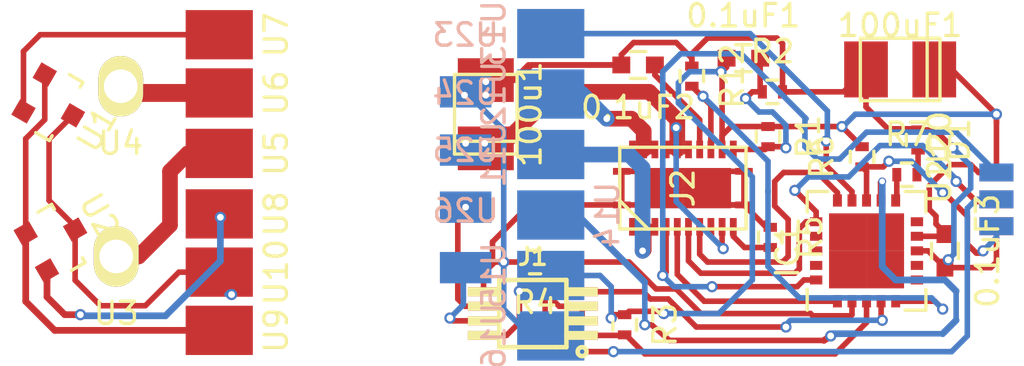
<source format=kicad_pcb>
(kicad_pcb (version 4) (host pcbnew 4.0.2-stable)

  (general
    (links 81)
    (no_connects 6)
    (area 0 0 0 0)
    (thickness 1.6)
    (drawings 20)
    (tracks 436)
    (zones 0)
    (modules 43)
    (nets 24)
  )

  (page A4)
  (layers
    (0 F.Cu signal)
    (31 B.Cu signal)
    (32 B.Adhes user)
    (33 F.Adhes user)
    (34 B.Paste user)
    (35 F.Paste user)
    (36 B.SilkS user)
    (37 F.SilkS user)
    (38 B.Mask user)
    (39 F.Mask user)
    (40 Dwgs.User user)
    (41 Cmts.User user hide)
    (42 Eco1.User user)
    (43 Eco2.User user)
    (44 Edge.Cuts user)
    (45 Margin user)
    (46 B.CrtYd user)
    (47 F.CrtYd user)
    (48 B.Fab user)
    (49 F.Fab user)
  )

  (setup
    (last_trace_width 0.25)
    (user_trace_width 0.2)
    (user_trace_width 0.3)
    (user_trace_width 0.4)
    (user_trace_width 0.5)
    (user_trace_width 0.7)
    (user_trace_width 0.8)
    (trace_clearance 0.2)
    (zone_clearance 0.3)
    (zone_45_only no)
    (trace_min 0.2)
    (segment_width 0.2)
    (edge_width 0.1)
    (via_size 0.35)
    (via_drill 0.25)
    (via_min_size 0.3)
    (via_min_drill 0.2)
    (user_via 0.4 0.3)
    (user_via 0.5 0.3)
    (uvia_size 0.3)
    (uvia_drill 0.1)
    (uvias_allowed no)
    (uvia_min_size 0.2)
    (uvia_min_drill 0.1)
    (pcb_text_width 0.3)
    (pcb_text_size 1.5 1.5)
    (mod_edge_width 0.15)
    (mod_text_size 1 1)
    (mod_text_width 0.15)
    (pad_size 1.5 1.5)
    (pad_drill 0.6)
    (pad_to_mask_clearance 0)
    (aux_axis_origin 0 0)
    (grid_origin 82 157.95)
    (visible_elements 7FFCFE19)
    (pcbplotparams
      (layerselection 0x00030_80000001)
      (usegerberextensions false)
      (excludeedgelayer true)
      (linewidth 0.100000)
      (plotframeref false)
      (viasonmask false)
      (mode 1)
      (useauxorigin false)
      (hpglpennumber 1)
      (hpglpenspeed 20)
      (hpglpendiameter 15)
      (hpglpenoverlay 2)
      (psnegative false)
      (psa4output false)
      (plotreference true)
      (plotvalue true)
      (plotinvisibletext false)
      (padsonsilk false)
      (subtractmaskfromsilk false)
      (outputformat 1)
      (mirror false)
      (drillshape 1)
      (scaleselection 1)
      (outputdirectory ""))
  )

  (net 0 "")
  (net 1 +3V3)
  (net 2 "Net-(0.1uF1-Pad2)")
  (net 3 "Net-(0.1uF2-Pad1)")
  (net 4 GND)
  (net 5 VMOT)
  (net 6 DIR)
  (net 7 MCU_RXD0)
  (net 8 MCU_TXD0)
  (net 9 IN2H)
  (net 10 IN1L)
  (net 11 IN1H)
  (net 12 IN2L)
  (net 13 A)
  (net 14 B)
  (net 15 OUT1)
  (net 16 "Net-(J2-Pad11)")
  (net 17 OUT2)
  (net 18 "Net-(IC1-Pad11)")
  (net 19 HALL2)
  (net 20 HALL1)
  (net 21 "Net-(D1-Pad2)")
  (net 22 ADC)
  (net 23 RESET)

  (net_class Default "To jest domyślna klasa połączeń."
    (clearance 0.2)
    (trace_width 0.25)
    (via_dia 0.35)
    (via_drill 0.25)
    (uvia_dia 0.3)
    (uvia_drill 0.1)
    (add_net +3V3)
    (add_net A)
    (add_net ADC)
    (add_net B)
    (add_net DIR)
    (add_net GND)
    (add_net HALL1)
    (add_net HALL2)
    (add_net IN1H)
    (add_net IN1L)
    (add_net IN2H)
    (add_net IN2L)
    (add_net MCU_RXD0)
    (add_net MCU_TXD0)
    (add_net "Net-(0.1uF1-Pad2)")
    (add_net "Net-(0.1uF2-Pad1)")
    (add_net "Net-(D1-Pad2)")
    (add_net "Net-(IC1-Pad11)")
    (add_net "Net-(J2-Pad11)")
    (add_net OUT1)
    (add_net OUT2)
    (add_net RESET)
    (add_net VMOT)
  )

  (net_class one ""
    (clearance 0.2)
    (trace_width 0.5)
    (via_dia 0.6)
    (via_drill 0.35)
    (uvia_dia 0.3)
    (uvia_drill 0.1)
  )

  (module SN65HVD3082EDGK:VSSOP8_P0.65mm_W3mm (layer F.Cu) (tedit 0) (tstamp 56ED96ED)
    (at 116.3 145.6 180)
    (path /56E9E20E)
    (solder_mask_margin 0.0762)
    (solder_paste_margin -0.0254)
    (attr smd)
    (fp_text reference J1 (at 0 2.54 180) (layer F.SilkS)
      (effects (font (size 0.762 0.762) (thickness 0.1524)))
    )
    (fp_text value SN65HVD3082EDGK (at 0 0 180) (layer F.SilkS) hide
      (effects (font (size 0.762 0.762) (thickness 0.1524)))
    )
    (fp_circle (center -2.2 -1.7) (end -2.2 -1.5) (layer F.SilkS) (width 0.2032))
    (fp_line (start -1 -1.5) (end -1.5 -1.5) (layer F.SilkS) (width 0.2032))
    (fp_line (start -1.5 -1.5) (end -1.5 -1) (layer F.SilkS) (width 0.2032))
    (fp_line (start -1 -1.5) (end 1.5 -1.5) (layer F.SilkS) (width 0.2032))
    (fp_line (start -1.5 -1) (end -1.5 1.5) (layer F.SilkS) (width 0.2032))
    (fp_line (start -1.5 1.5) (end 1.5 1.5) (layer F.SilkS) (width 0.2032))
    (fp_line (start 1.5 1.5) (end 1.5 -1.5) (layer F.SilkS) (width 0.2032))
    (pad 1 smd rect (at -2.2 -0.975 180) (size 1.4 0.4) (layers F.Cu F.Paste F.SilkS F.Mask)
      (net 7 MCU_RXD0))
    (pad 2 smd rect (at -2.2 -0.325 180) (size 1.4 0.4) (layers F.Cu F.Paste F.SilkS F.Mask)
      (net 6 DIR))
    (pad 3 smd rect (at -2.2 0.325 180) (size 1.4 0.4) (layers F.Cu F.Paste F.SilkS F.Mask)
      (net 6 DIR))
    (pad 4 smd rect (at -2.2 0.975 180) (size 1.4 0.4) (layers F.Cu F.Paste F.SilkS F.Mask)
      (net 8 MCU_TXD0))
    (pad 5 smd rect (at 2.2 0.975 180) (size 1.4 0.4) (layers F.Cu F.Paste F.SilkS F.Mask)
      (net 4 GND))
    (pad 6 smd rect (at 2.2 0.325 180) (size 1.4 0.4) (layers F.Cu F.Paste F.SilkS F.Mask)
      (net 13 A))
    (pad 7 smd rect (at 2.2 -0.325 180) (size 1.4 0.4) (layers F.Cu F.Paste F.SilkS F.Mask)
      (net 14 B))
    (pad 8 smd rect (at 2.2 -0.975 180) (size 1.4 0.4) (layers F.Cu F.Paste F.SilkS F.Mask)
      (net 1 +3V3))
  )

  (module Resistors_SMD:R_0402 (layer F.Cu) (tedit 5415CBB8) (tstamp 56ED973A)
    (at 127 135.7)
    (descr "Resistor SMD 0402, reflow soldering, Vishay (see dcrcw.pdf)")
    (tags "resistor 0402")
    (path /56E9A5B2)
    (attr smd)
    (fp_text reference R2 (at 0 -1.8) (layer F.SilkS)
      (effects (font (size 1 1) (thickness 0.15)))
    )
    (fp_text value 40.2K (at 0 1.8) (layer F.Fab)
      (effects (font (size 1 1) (thickness 0.15)))
    )
    (fp_line (start -0.95 -0.65) (end 0.95 -0.65) (layer F.CrtYd) (width 0.05))
    (fp_line (start -0.95 0.65) (end 0.95 0.65) (layer F.CrtYd) (width 0.05))
    (fp_line (start -0.95 -0.65) (end -0.95 0.65) (layer F.CrtYd) (width 0.05))
    (fp_line (start 0.95 -0.65) (end 0.95 0.65) (layer F.CrtYd) (width 0.05))
    (fp_line (start 0.25 -0.525) (end -0.25 -0.525) (layer F.SilkS) (width 0.15))
    (fp_line (start -0.25 0.525) (end 0.25 0.525) (layer F.SilkS) (width 0.15))
    (pad 1 smd rect (at -0.45 0) (size 0.4 0.6) (layers F.Cu F.Paste F.Mask)
      (net 2 "Net-(0.1uF1-Pad2)"))
    (pad 2 smd rect (at 0.45 0) (size 0.4 0.6) (layers F.Cu F.Paste F.Mask)
      (net 4 GND))
    (model Resistors_SMD.3dshapes/R_0402.wrl
      (at (xyz 0 0 0))
      (scale (xyz 1 1 1))
      (rotate (xyz 0 0 0))
    )
  )

  (module Capacitors_SMD:C_0603 (layer F.Cu) (tedit 5415D631) (tstamp 56ED9685)
    (at 121 134.5 180)
    (descr "Capacitor SMD 0603, reflow soldering, AVX (see smccp.pdf)")
    (tags "capacitor 0603")
    (path /56E9D608)
    (attr smd)
    (fp_text reference 0.1uF2 (at 0 -1.9 180) (layer F.SilkS)
      (effects (font (size 1 1) (thickness 0.15)))
    )
    (fp_text value C (at 0 1.9 180) (layer F.Fab)
      (effects (font (size 1 1) (thickness 0.15)))
    )
    (fp_line (start -1.45 -0.75) (end 1.45 -0.75) (layer F.CrtYd) (width 0.05))
    (fp_line (start -1.45 0.75) (end 1.45 0.75) (layer F.CrtYd) (width 0.05))
    (fp_line (start -1.45 -0.75) (end -1.45 0.75) (layer F.CrtYd) (width 0.05))
    (fp_line (start 1.45 -0.75) (end 1.45 0.75) (layer F.CrtYd) (width 0.05))
    (fp_line (start -0.35 -0.6) (end 0.35 -0.6) (layer F.SilkS) (width 0.15))
    (fp_line (start 0.35 0.6) (end -0.35 0.6) (layer F.SilkS) (width 0.15))
    (pad 1 smd rect (at -0.75 0 180) (size 0.8 0.75) (layers F.Cu F.Paste F.Mask)
      (net 3 "Net-(0.1uF2-Pad1)"))
    (pad 2 smd rect (at 0.75 0 180) (size 0.8 0.75) (layers F.Cu F.Paste F.Mask)
      (net 4 GND))
    (model Capacitors_SMD.3dshapes/C_0603.wrl
      (at (xyz 0 0 0))
      (scale (xyz 1 1 1))
      (rotate (xyz 0 0 0))
    )
  )

  (module Resistors_SMD:R_0402 (layer F.Cu) (tedit 5415CBB8) (tstamp 56ED976A)
    (at 131 138.6 90)
    (descr "Resistor SMD 0402, reflow soldering, Vishay (see dcrcw.pdf)")
    (tags "resistor 0402")
    (path /56EA4D46)
    (attr smd)
    (fp_text reference R6 (at 0 -1.8 90) (layer F.SilkS)
      (effects (font (size 1 1) (thickness 0.15)))
    )
    (fp_text value 10K (at 0 1.8 90) (layer F.Fab)
      (effects (font (size 1 1) (thickness 0.15)))
    )
    (fp_line (start -0.95 -0.65) (end 0.95 -0.65) (layer F.CrtYd) (width 0.05))
    (fp_line (start -0.95 0.65) (end 0.95 0.65) (layer F.CrtYd) (width 0.05))
    (fp_line (start -0.95 -0.65) (end -0.95 0.65) (layer F.CrtYd) (width 0.05))
    (fp_line (start 0.95 -0.65) (end 0.95 0.65) (layer F.CrtYd) (width 0.05))
    (fp_line (start 0.25 -0.525) (end -0.25 -0.525) (layer F.SilkS) (width 0.15))
    (fp_line (start -0.25 0.525) (end 0.25 0.525) (layer F.SilkS) (width 0.15))
    (pad 1 smd rect (at -0.45 0 90) (size 0.4 0.6) (layers F.Cu F.Paste F.Mask)
      (net 23 RESET))
    (pad 2 smd rect (at 0.45 0 90) (size 0.4 0.6) (layers F.Cu F.Paste F.Mask)
      (net 1 +3V3))
    (model Resistors_SMD.3dshapes/R_0402.wrl
      (at (xyz 0 0 0))
      (scale (xyz 1 1 1))
      (rotate (xyz 0 0 0))
    )
  )

  (module Capacitors_SMD:C_0603 (layer F.Cu) (tedit 5415D631) (tstamp 56ED9679)
    (at 125.7 134.2)
    (descr "Capacitor SMD 0603, reflow soldering, AVX (see smccp.pdf)")
    (tags "capacitor 0603")
    (path /56E9A2E3)
    (attr smd)
    (fp_text reference 0.1uF1 (at 0 -1.9) (layer F.SilkS)
      (effects (font (size 1 1) (thickness 0.15)))
    )
    (fp_text value C (at 0 1.9) (layer F.Fab)
      (effects (font (size 1 1) (thickness 0.15)))
    )
    (fp_line (start -1.45 -0.75) (end 1.45 -0.75) (layer F.CrtYd) (width 0.05))
    (fp_line (start -1.45 0.75) (end 1.45 0.75) (layer F.CrtYd) (width 0.05))
    (fp_line (start -1.45 -0.75) (end -1.45 0.75) (layer F.CrtYd) (width 0.05))
    (fp_line (start 1.45 -0.75) (end 1.45 0.75) (layer F.CrtYd) (width 0.05))
    (fp_line (start -0.35 -0.6) (end 0.35 -0.6) (layer F.SilkS) (width 0.15))
    (fp_line (start 0.35 0.6) (end -0.35 0.6) (layer F.SilkS) (width 0.15))
    (pad 1 smd rect (at -0.75 0) (size 0.8 0.75) (layers F.Cu F.Paste F.Mask)
      (net 1 +3V3))
    (pad 2 smd rect (at 0.75 0) (size 0.8 0.75) (layers F.Cu F.Paste F.Mask)
      (net 2 "Net-(0.1uF1-Pad2)"))
    (model Capacitors_SMD.3dshapes/C_0603.wrl
      (at (xyz 0 0 0))
      (scale (xyz 1 1 1))
      (rotate (xyz 0 0 0))
    )
  )

  (module Resistors_SMD:R_0402 (layer F.Cu) (tedit 5415CBB8) (tstamp 56ED972E)
    (at 126.8 137.7 270)
    (descr "Resistor SMD 0402, reflow soldering, Vishay (see dcrcw.pdf)")
    (tags "resistor 0402")
    (path /56E9A231)
    (attr smd)
    (fp_text reference R1 (at 0 -1.8 270) (layer F.SilkS)
      (effects (font (size 1 1) (thickness 0.15)))
    )
    (fp_text value 127K (at 0 1.8 270) (layer F.Fab)
      (effects (font (size 1 1) (thickness 0.15)))
    )
    (fp_line (start -0.95 -0.65) (end 0.95 -0.65) (layer F.CrtYd) (width 0.05))
    (fp_line (start -0.95 0.65) (end 0.95 0.65) (layer F.CrtYd) (width 0.05))
    (fp_line (start -0.95 -0.65) (end -0.95 0.65) (layer F.CrtYd) (width 0.05))
    (fp_line (start 0.95 -0.65) (end 0.95 0.65) (layer F.CrtYd) (width 0.05))
    (fp_line (start 0.25 -0.525) (end -0.25 -0.525) (layer F.SilkS) (width 0.15))
    (fp_line (start -0.25 0.525) (end 0.25 0.525) (layer F.SilkS) (width 0.15))
    (pad 1 smd rect (at -0.45 0 270) (size 0.4 0.6) (layers F.Cu F.Paste F.Mask)
      (net 1 +3V3))
    (pad 2 smd rect (at 0.45 0 270) (size 0.4 0.6) (layers F.Cu F.Paste F.Mask)
      (net 2 "Net-(0.1uF1-Pad2)"))
    (model Resistors_SMD.3dshapes/R_0402.wrl
      (at (xyz 0 0 0))
      (scale (xyz 1 1 1))
      (rotate (xyz 0 0 0))
    )
  )

  (module Resistors_SMD:R_0402 (layer F.Cu) (tedit 5415CBB8) (tstamp 56ED9746)
    (at 120.4 146.1 270)
    (descr "Resistor SMD 0402, reflow soldering, Vishay (see dcrcw.pdf)")
    (tags "resistor 0402")
    (path /56EA4030)
    (attr smd)
    (fp_text reference R3 (at 0 -1.8 270) (layer F.SilkS)
      (effects (font (size 1 1) (thickness 0.15)))
    )
    (fp_text value 10K (at 0 1.8 270) (layer F.Fab)
      (effects (font (size 1 1) (thickness 0.15)))
    )
    (fp_line (start -0.95 -0.65) (end 0.95 -0.65) (layer F.CrtYd) (width 0.05))
    (fp_line (start -0.95 0.65) (end 0.95 0.65) (layer F.CrtYd) (width 0.05))
    (fp_line (start -0.95 -0.65) (end -0.95 0.65) (layer F.CrtYd) (width 0.05))
    (fp_line (start 0.95 -0.65) (end 0.95 0.65) (layer F.CrtYd) (width 0.05))
    (fp_line (start 0.25 -0.525) (end -0.25 -0.525) (layer F.SilkS) (width 0.15))
    (fp_line (start -0.25 0.525) (end 0.25 0.525) (layer F.SilkS) (width 0.15))
    (pad 1 smd rect (at -0.45 0 270) (size 0.4 0.6) (layers F.Cu F.Paste F.Mask)
      (net 1 +3V3))
    (pad 2 smd rect (at 0.45 0 270) (size 0.4 0.6) (layers F.Cu F.Paste F.Mask)
      (net 7 MCU_RXD0))
    (model Resistors_SMD.3dshapes/R_0402.wrl
      (at (xyz 0 0 0))
      (scale (xyz 1 1 1))
      (rotate (xyz 0 0 0))
    )
  )

  (module Resistors_SMD:R_0402 (layer F.Cu) (tedit 5415CBB8) (tstamp 56ED9752)
    (at 116.4 143.3 180)
    (descr "Resistor SMD 0402, reflow soldering, Vishay (see dcrcw.pdf)")
    (tags "resistor 0402")
    (path /56EA332A)
    (attr smd)
    (fp_text reference R4 (at 0 -1.8 180) (layer F.SilkS)
      (effects (font (size 1 1) (thickness 0.15)))
    )
    (fp_text value 10K (at 0 1.8 180) (layer F.Fab)
      (effects (font (size 1 1) (thickness 0.15)))
    )
    (fp_line (start -0.95 -0.65) (end 0.95 -0.65) (layer F.CrtYd) (width 0.05))
    (fp_line (start -0.95 0.65) (end 0.95 0.65) (layer F.CrtYd) (width 0.05))
    (fp_line (start -0.95 -0.65) (end -0.95 0.65) (layer F.CrtYd) (width 0.05))
    (fp_line (start 0.95 -0.65) (end 0.95 0.65) (layer F.CrtYd) (width 0.05))
    (fp_line (start 0.25 -0.525) (end -0.25 -0.525) (layer F.SilkS) (width 0.15))
    (fp_line (start -0.25 0.525) (end 0.25 0.525) (layer F.SilkS) (width 0.15))
    (pad 1 smd rect (at -0.45 0 180) (size 0.4 0.6) (layers F.Cu F.Paste F.Mask)
      (net 6 DIR))
    (pad 2 smd rect (at 0.45 0 180) (size 0.4 0.6) (layers F.Cu F.Paste F.Mask)
      (net 4 GND))
    (model Resistors_SMD.3dshapes/R_0402.wrl
      (at (xyz 0 0 0))
      (scale (xyz 1 1 1))
      (rotate (xyz 0 0 0))
    )
  )

  (module Resistors_SMD:R_0402 (layer F.Cu) (tedit 5415CBB8) (tstamp 56ED975E)
    (at 126.9 142.2 270)
    (descr "Resistor SMD 0402, reflow soldering, Vishay (see dcrcw.pdf)")
    (tags "resistor 0402")
    (path /56E9C558)
    (attr smd)
    (fp_text reference R5 (at 0 -1.8 270) (layer F.SilkS)
      (effects (font (size 1 1) (thickness 0.15)))
    )
    (fp_text value 2.4K (at 0 1.8 270) (layer F.Fab)
      (effects (font (size 1 1) (thickness 0.15)))
    )
    (fp_line (start -0.95 -0.65) (end 0.95 -0.65) (layer F.CrtYd) (width 0.05))
    (fp_line (start -0.95 0.65) (end 0.95 0.65) (layer F.CrtYd) (width 0.05))
    (fp_line (start -0.95 -0.65) (end -0.95 0.65) (layer F.CrtYd) (width 0.05))
    (fp_line (start 0.95 -0.65) (end 0.95 0.65) (layer F.CrtYd) (width 0.05))
    (fp_line (start 0.25 -0.525) (end -0.25 -0.525) (layer F.SilkS) (width 0.15))
    (fp_line (start -0.25 0.525) (end 0.25 0.525) (layer F.SilkS) (width 0.15))
    (pad 1 smd rect (at -0.45 0 270) (size 0.4 0.6) (layers F.Cu F.Paste F.Mask)
      (net 4 GND))
    (pad 2 smd rect (at 0.45 0 270) (size 0.4 0.6) (layers F.Cu F.Paste F.Mask)
      (net 16 "Net-(J2-Pad11)"))
    (model Resistors_SMD.3dshapes/R_0402.wrl
      (at (xyz 0 0 0))
      (scale (xyz 1 1 1))
      (rotate (xyz 0 0 0))
    )
  )

  (module Housings_DFN_QFN:QFN-20-1EP_5x5mm_Pitch0.65mm (layer F.Cu) (tedit 54130A77) (tstamp 56ED96DA)
    (at 131.2 142.8 90)
    (descr "20-Lead Plastic Quad Flat, No Lead Package (MQ) - 5x5x0.9 mm Body [QFN]; (see Microchip Packaging Specification 00000049BS.pdf)")
    (tags "QFN 0.65")
    (path /56E9859A)
    (attr smd)
    (fp_text reference IC1 (at 0 -3.525 90) (layer F.SilkS)
      (effects (font (size 1 1) (thickness 0.15)))
    )
    (fp_text value ATTINY841-MU (at 0 3.525 90) (layer F.Fab)
      (effects (font (size 1 1) (thickness 0.15)))
    )
    (fp_line (start -2.8 -2.8) (end -2.8 2.8) (layer F.CrtYd) (width 0.05))
    (fp_line (start 2.8 -2.8) (end 2.8 2.8) (layer F.CrtYd) (width 0.05))
    (fp_line (start -2.8 -2.8) (end 2.8 -2.8) (layer F.CrtYd) (width 0.05))
    (fp_line (start -2.8 2.8) (end 2.8 2.8) (layer F.CrtYd) (width 0.05))
    (fp_line (start 2.65 -2.65) (end 2.65 -1.725) (layer F.SilkS) (width 0.15))
    (fp_line (start -2.65 2.65) (end -2.65 1.725) (layer F.SilkS) (width 0.15))
    (fp_line (start 2.65 2.65) (end 2.65 1.725) (layer F.SilkS) (width 0.15))
    (fp_line (start -2.65 -2.65) (end -1.725 -2.65) (layer F.SilkS) (width 0.15))
    (fp_line (start -2.65 2.65) (end -1.725 2.65) (layer F.SilkS) (width 0.15))
    (fp_line (start 2.65 2.65) (end 1.725 2.65) (layer F.SilkS) (width 0.15))
    (fp_line (start 2.65 -2.65) (end 1.725 -2.65) (layer F.SilkS) (width 0.15))
    (pad 1 smd rect (at -2.25 -1.3 90) (size 0.55 0.4) (layers F.Cu F.Paste F.Mask)
      (net 10 IN1L))
    (pad 2 smd rect (at -2.25 -0.65 90) (size 0.55 0.4) (layers F.Cu F.Paste F.Mask)
      (net 6 DIR))
    (pad 3 smd rect (at -2.25 0 90) (size 0.55 0.4) (layers F.Cu F.Paste F.Mask)
      (net 7 MCU_RXD0))
    (pad 4 smd rect (at -2.25 0.65 90) (size 0.55 0.4) (layers F.Cu F.Paste F.Mask)
      (net 8 MCU_TXD0))
    (pad 5 smd rect (at -2.25 1.3 90) (size 0.55 0.4) (layers F.Cu F.Paste F.Mask)
      (net 22 ADC))
    (pad 6 smd rect (at -1.3 2.25 180) (size 0.55 0.4) (layers F.Cu F.Paste F.Mask))
    (pad 7 smd rect (at -0.65 2.25 180) (size 0.55 0.4) (layers F.Cu F.Paste F.Mask))
    (pad 8 smd rect (at 0 2.25 180) (size 0.55 0.4) (layers F.Cu F.Paste F.Mask)
      (net 4 GND))
    (pad 9 smd rect (at 0.65 2.25 180) (size 0.55 0.4) (layers F.Cu F.Paste F.Mask)
      (net 1 +3V3))
    (pad 10 smd rect (at 1.3 2.25 180) (size 0.55 0.4) (layers F.Cu F.Paste F.Mask))
    (pad 11 smd rect (at 2.25 1.3 90) (size 0.55 0.4) (layers F.Cu F.Paste F.Mask)
      (net 18 "Net-(IC1-Pad11)"))
    (pad 12 smd rect (at 2.25 0.65 90) (size 0.55 0.4) (layers F.Cu F.Paste F.Mask)
      (net 19 HALL2))
    (pad 13 smd rect (at 2.25 0 90) (size 0.55 0.4) (layers F.Cu F.Paste F.Mask)
      (net 23 RESET))
    (pad 14 smd rect (at 2.25 -0.65 90) (size 0.55 0.4) (layers F.Cu F.Paste F.Mask)
      (net 20 HALL1))
    (pad 15 smd rect (at 2.25 -1.3 90) (size 0.55 0.4) (layers F.Cu F.Paste F.Mask)
      (net 12 IN2L))
    (pad 16 smd rect (at 1.3 -2.25 180) (size 0.55 0.4) (layers F.Cu F.Paste F.Mask)
      (net 9 IN2H))
    (pad 17 smd rect (at 0.65 -2.25 180) (size 0.55 0.4) (layers F.Cu F.Paste F.Mask))
    (pad 18 smd rect (at 0 -2.25 180) (size 0.55 0.4) (layers F.Cu F.Paste F.Mask))
    (pad 19 smd rect (at -0.65 -2.25 180) (size 0.55 0.4) (layers F.Cu F.Paste F.Mask))
    (pad 20 smd rect (at -1.3 -2.25 180) (size 0.55 0.4) (layers F.Cu F.Paste F.Mask)
      (net 11 IN1H))
    (pad 21 smd rect (at 0.8375 0.8375 90) (size 1.675 1.675) (layers F.Cu F.Paste F.Mask)
      (solder_paste_margin_ratio -0.2))
    (pad 21 smd rect (at 0.8375 -0.8375 90) (size 1.675 1.675) (layers F.Cu F.Paste F.Mask)
      (solder_paste_margin_ratio -0.2))
    (pad 21 smd rect (at -0.8375 0.8375 90) (size 1.675 1.675) (layers F.Cu F.Paste F.Mask)
      (solder_paste_margin_ratio -0.2))
    (pad 21 smd rect (at -0.8375 -0.8375 90) (size 1.675 1.675) (layers F.Cu F.Paste F.Mask)
      (solder_paste_margin_ratio -0.2))
    (model Housings_DFN_QFN.3dshapes/QFN-20-1EP_5x5mm_Pitch0.65mm.wrl
      (at (xyz 0 0 0))
      (scale (xyz 1 1 1))
      (rotate (xyz 0 0 0))
    )
  )

  (module TO_SOT_Packages_SMD:SOT-23 (layer F.Cu) (tedit 553634F8) (tstamp 56EDAC96)
    (at 94.9 136.25 240)
    (descr "SOT-23, Standard")
    (tags SOT-23)
    (path /56EDAC90)
    (attr smd)
    (fp_text reference U1 (at 0 -2.25 240) (layer F.SilkS)
      (effects (font (size 1 1) (thickness 0.15)))
    )
    (fp_text value TLE4946-2K (at 0 2.3 240) (layer F.Fab)
      (effects (font (size 1 1) (thickness 0.15)))
    )
    (fp_line (start -1.65 -1.6) (end 1.65 -1.6) (layer F.CrtYd) (width 0.05))
    (fp_line (start 1.65 -1.6) (end 1.65 1.6) (layer F.CrtYd) (width 0.05))
    (fp_line (start 1.65 1.6) (end -1.65 1.6) (layer F.CrtYd) (width 0.05))
    (fp_line (start -1.65 1.6) (end -1.65 -1.6) (layer F.CrtYd) (width 0.05))
    (fp_line (start 1.29916 -0.65024) (end 1.2509 -0.65024) (layer F.SilkS) (width 0.15))
    (fp_line (start -1.49982 0.0508) (end -1.49982 -0.65024) (layer F.SilkS) (width 0.15))
    (fp_line (start -1.49982 -0.65024) (end -1.2509 -0.65024) (layer F.SilkS) (width 0.15))
    (fp_line (start 1.29916 -0.65024) (end 1.49982 -0.65024) (layer F.SilkS) (width 0.15))
    (fp_line (start 1.49982 -0.65024) (end 1.49982 0.0508) (layer F.SilkS) (width 0.15))
    (pad 1 smd rect (at -0.95 1.00076 240) (size 0.8001 0.8001) (layers F.Cu F.Paste F.Mask)
      (net 1 +3V3))
    (pad 2 smd rect (at 0.95 1.00076 240) (size 0.8001 0.8001) (layers F.Cu F.Paste F.Mask)
      (net 20 HALL1))
    (pad 3 smd rect (at 0 -0.99822 240) (size 0.8001 0.8001) (layers F.Cu F.Paste F.Mask)
      (net 4 GND))
    (model TO_SOT_Packages_SMD.3dshapes/SOT-23.wrl
      (at (xyz 0 0 0))
      (scale (xyz 1 1 1))
      (rotate (xyz 0 0 0))
    )
  )

  (module TO_SOT_Packages_SMD:SOT-23 (layer F.Cu) (tedit 553634F8) (tstamp 56EDAD87)
    (at 95 142.35 300)
    (descr "SOT-23, Standard")
    (tags SOT-23)
    (path /56EDAD7D)
    (attr smd)
    (fp_text reference U2 (at 0 -2.25 300) (layer F.SilkS)
      (effects (font (size 1 1) (thickness 0.15)))
    )
    (fp_text value TLE4946-2K (at 0 2.3 300) (layer F.Fab)
      (effects (font (size 1 1) (thickness 0.15)))
    )
    (fp_line (start -1.65 -1.6) (end 1.65 -1.6) (layer F.CrtYd) (width 0.05))
    (fp_line (start 1.65 -1.6) (end 1.65 1.6) (layer F.CrtYd) (width 0.05))
    (fp_line (start 1.65 1.6) (end -1.65 1.6) (layer F.CrtYd) (width 0.05))
    (fp_line (start -1.65 1.6) (end -1.65 -1.6) (layer F.CrtYd) (width 0.05))
    (fp_line (start 1.29916 -0.65024) (end 1.2509 -0.65024) (layer F.SilkS) (width 0.15))
    (fp_line (start -1.49982 0.0508) (end -1.49982 -0.65024) (layer F.SilkS) (width 0.15))
    (fp_line (start -1.49982 -0.65024) (end -1.2509 -0.65024) (layer F.SilkS) (width 0.15))
    (fp_line (start 1.29916 -0.65024) (end 1.49982 -0.65024) (layer F.SilkS) (width 0.15))
    (fp_line (start 1.49982 -0.65024) (end 1.49982 0.0508) (layer F.SilkS) (width 0.15))
    (pad 1 smd rect (at -0.95 1.00076 300) (size 0.8001 0.8001) (layers F.Cu F.Paste F.Mask)
      (net 1 +3V3))
    (pad 2 smd rect (at 0.95 1.00076 300) (size 0.8001 0.8001) (layers F.Cu F.Paste F.Mask)
      (net 19 HALL2))
    (pad 3 smd rect (at 0 -0.99822 300) (size 0.8001 0.8001) (layers F.Cu F.Paste F.Mask)
      (net 4 GND))
    (model TO_SOT_Packages_SMD.3dshapes/SOT-23.wrl
      (at (xyz 0 0 0))
      (scale (xyz 1 1 1))
      (rotate (xyz 0 0 0))
    )
  )

  (module Resistors_SMD:R_0402 (layer F.Cu) (tedit 5415CBB8) (tstamp 56EDB016)
    (at 133.5 137.85 270)
    (descr "Resistor SMD 0402, reflow soldering, Vishay (see dcrcw.pdf)")
    (tags "resistor 0402")
    (path /56EE0F47)
    (attr smd)
    (fp_text reference D1 (at 0 -1.8 270) (layer F.SilkS)
      (effects (font (size 1 1) (thickness 0.15)))
    )
    (fp_text value LED (at 0 1.8 270) (layer F.Fab)
      (effects (font (size 1 1) (thickness 0.15)))
    )
    (fp_line (start -0.95 -0.65) (end 0.95 -0.65) (layer F.CrtYd) (width 0.05))
    (fp_line (start -0.95 0.65) (end 0.95 0.65) (layer F.CrtYd) (width 0.05))
    (fp_line (start -0.95 -0.65) (end -0.95 0.65) (layer F.CrtYd) (width 0.05))
    (fp_line (start 0.95 -0.65) (end 0.95 0.65) (layer F.CrtYd) (width 0.05))
    (fp_line (start 0.25 -0.525) (end -0.25 -0.525) (layer F.SilkS) (width 0.15))
    (fp_line (start -0.25 0.525) (end 0.25 0.525) (layer F.SilkS) (width 0.15))
    (pad 1 smd rect (at -0.45 0 270) (size 0.4 0.6) (layers F.Cu F.Paste F.Mask)
      (net 4 GND))
    (pad 2 smd rect (at 0.45 0 270) (size 0.4 0.6) (layers F.Cu F.Paste F.Mask)
      (net 21 "Net-(D1-Pad2)"))
    (model Resistors_SMD.3dshapes/R_0402.wrl
      (at (xyz 0 0 0))
      (scale (xyz 1 1 1))
      (rotate (xyz 0 0 0))
    )
  )

  (module Resistors_SMD:R_0402 (layer F.Cu) (tedit 5415CBB8) (tstamp 56EDB022)
    (at 133 139.4)
    (descr "Resistor SMD 0402, reflow soldering, Vishay (see dcrcw.pdf)")
    (tags "resistor 0402")
    (path /56EE0EF1)
    (attr smd)
    (fp_text reference R7 (at 0 -1.8) (layer F.SilkS)
      (effects (font (size 1 1) (thickness 0.15)))
    )
    (fp_text value 220R (at 0 1.8) (layer F.Fab)
      (effects (font (size 1 1) (thickness 0.15)))
    )
    (fp_line (start -0.95 -0.65) (end 0.95 -0.65) (layer F.CrtYd) (width 0.05))
    (fp_line (start -0.95 0.65) (end 0.95 0.65) (layer F.CrtYd) (width 0.05))
    (fp_line (start -0.95 -0.65) (end -0.95 0.65) (layer F.CrtYd) (width 0.05))
    (fp_line (start 0.95 -0.65) (end 0.95 0.65) (layer F.CrtYd) (width 0.05))
    (fp_line (start 0.25 -0.525) (end -0.25 -0.525) (layer F.SilkS) (width 0.15))
    (fp_line (start -0.25 0.525) (end 0.25 0.525) (layer F.SilkS) (width 0.15))
    (pad 1 smd rect (at -0.45 0) (size 0.4 0.6) (layers F.Cu F.Paste F.Mask)
      (net 18 "Net-(IC1-Pad11)"))
    (pad 2 smd rect (at 0.45 0) (size 0.4 0.6) (layers F.Cu F.Paste F.Mask)
      (net 21 "Net-(D1-Pad2)"))
    (model Resistors_SMD.3dshapes/R_0402.wrl
      (at (xyz 0 0 0))
      (scale (xyz 1 1 1))
      (rotate (xyz 0 0 0))
    )
  )

  (module Capacitors_SMD:C_0603 (layer F.Cu) (tedit 5415D631) (tstamp 56EDDA50)
    (at 134.7 142.8 270)
    (descr "Capacitor SMD 0603, reflow soldering, AVX (see smccp.pdf)")
    (tags "capacitor 0603")
    (path /56EE284A)
    (attr smd)
    (fp_text reference 0.1uF3 (at 0 -1.9 270) (layer F.SilkS)
      (effects (font (size 1 1) (thickness 0.15)))
    )
    (fp_text value C (at 0 1.9 270) (layer F.Fab)
      (effects (font (size 1 1) (thickness 0.15)))
    )
    (fp_line (start -1.45 -0.75) (end 1.45 -0.75) (layer F.CrtYd) (width 0.05))
    (fp_line (start -1.45 0.75) (end 1.45 0.75) (layer F.CrtYd) (width 0.05))
    (fp_line (start -1.45 -0.75) (end -1.45 0.75) (layer F.CrtYd) (width 0.05))
    (fp_line (start 1.45 -0.75) (end 1.45 0.75) (layer F.CrtYd) (width 0.05))
    (fp_line (start -0.35 -0.6) (end 0.35 -0.6) (layer F.SilkS) (width 0.15))
    (fp_line (start 0.35 0.6) (end -0.35 0.6) (layer F.SilkS) (width 0.15))
    (pad 1 smd rect (at -0.75 0 270) (size 0.8 0.75) (layers F.Cu F.Paste F.Mask)
      (net 1 +3V3))
    (pad 2 smd rect (at 0.75 0 270) (size 0.8 0.75) (layers F.Cu F.Paste F.Mask)
      (net 4 GND))
    (model Capacitors_SMD.3dshapes/C_0603.wrl
      (at (xyz 0 0 0))
      (scale (xyz 1 1 1))
      (rotate (xyz 0 0 0))
    )
  )

  (module pad_round:pad_round (layer F.Cu) (tedit 56EF13B1) (tstamp 56EF1853)
    (at 97.7 143.05)
    (path /56EF3BBC)
    (fp_text reference U3 (at 0 2.54) (layer F.SilkS)
      (effects (font (size 1 1) (thickness 0.15)))
    )
    (fp_text value pad_round (at 0 -2.54) (layer F.Fab)
      (effects (font (size 1 1) (thickness 0.15)))
    )
    (pad 1 thru_hole oval (at 0 0) (size 2 2.7) (drill 1.5) (layers *.Cu *.Mask F.SilkS)
      (net 15 OUT1))
  )

  (module pad_round:pad_round (layer F.Cu) (tedit 56EF13B1) (tstamp 56EF1858)
    (at 97.9 135.45)
    (path /56EF3C44)
    (fp_text reference U4 (at 0 2.54) (layer F.SilkS)
      (effects (font (size 1 1) (thickness 0.15)))
    )
    (fp_text value pad_round (at 0 -2.54) (layer F.Fab)
      (effects (font (size 1 1) (thickness 0.15)))
    )
    (pad 1 thru_hole oval (at 0 0) (size 2 2.7) (drill 1.5) (layers *.Cu *.Mask F.SilkS)
      (net 17 OUT2))
  )

  (module pad_round:pad_square (layer F.Cu) (tedit 56EF1764) (tstamp 56EF185D)
    (at 102.3 138.45 90)
    (path /56EF1FA0)
    (fp_text reference U5 (at 0 2.54 90) (layer F.SilkS)
      (effects (font (size 1 1) (thickness 0.15)))
    )
    (fp_text value pad (at 0 -2.54 90) (layer F.Fab)
      (effects (font (size 1 1) (thickness 0.15)))
    )
    (pad 1 smd trapezoid (at 0 0 90) (size 2.2 3) (layers F.Cu F.Paste F.Mask)
      (net 15 OUT1))
  )

  (module pad_round:pad_square (layer F.Cu) (tedit 56EF1764) (tstamp 56EF1862)
    (at 102.3 135.75 90)
    (path /56EF196A)
    (fp_text reference U6 (at 0 2.54 90) (layer F.SilkS)
      (effects (font (size 1 1) (thickness 0.15)))
    )
    (fp_text value pad (at 0 -2.54 90) (layer F.Fab)
      (effects (font (size 1 1) (thickness 0.15)))
    )
    (pad 1 smd trapezoid (at 0 0 90) (size 2.2 3) (layers F.Cu F.Paste F.Mask)
      (net 17 OUT2))
  )

  (module pad_round:pad_square (layer F.Cu) (tedit 56EF1764) (tstamp 56EF1867)
    (at 102.3 133.15 90)
    (path /56EF200C)
    (fp_text reference U7 (at 0 2.54 90) (layer F.SilkS)
      (effects (font (size 1 1) (thickness 0.15)))
    )
    (fp_text value pad (at 0 -2.54 90) (layer F.Fab)
      (effects (font (size 1 1) (thickness 0.15)))
    )
    (pad 1 smd trapezoid (at 0 0 90) (size 2.2 3) (layers F.Cu F.Paste F.Mask)
      (net 20 HALL1))
  )

  (module pad_round:pad_square (layer F.Cu) (tedit 56EF1764) (tstamp 56EF186C)
    (at 102.3 141.15 90)
    (path /56EF2079)
    (fp_text reference U8 (at 0 2.54 90) (layer F.SilkS)
      (effects (font (size 1 1) (thickness 0.15)))
    )
    (fp_text value pad (at 0 -2.54 90) (layer F.Fab)
      (effects (font (size 1 1) (thickness 0.15)))
    )
    (pad 1 smd trapezoid (at 0 0 90) (size 2.2 3) (layers F.Cu F.Paste F.Mask)
      (net 19 HALL2))
  )

  (module pad_round:pad_square (layer F.Cu) (tedit 56EF1764) (tstamp 56EF1871)
    (at 102.3 146.35 90)
    (path /56EF5B7F)
    (fp_text reference U9 (at 0 2.54 90) (layer F.SilkS)
      (effects (font (size 1 1) (thickness 0.15)))
    )
    (fp_text value pad (at 0 -2.54 90) (layer F.Fab)
      (effects (font (size 1 1) (thickness 0.15)))
    )
    (pad 1 smd trapezoid (at 0 0 90) (size 2.2 3) (layers F.Cu F.Paste F.Mask)
      (net 1 +3V3))
  )

  (module pad_round:pad_square (layer F.Cu) (tedit 56EF1764) (tstamp 56EF1876)
    (at 102.3 143.75 90)
    (path /56EF5BEA)
    (fp_text reference U10 (at 0 2.54 90) (layer F.SilkS)
      (effects (font (size 1 1) (thickness 0.15)))
    )
    (fp_text value pad (at 0 -2.54 90) (layer F.Fab)
      (effects (font (size 1 1) (thickness 0.15)))
    )
    (pad 1 smd trapezoid (at 0 0 90) (size 2.2 3) (layers F.Cu F.Paste F.Mask)
      (net 4 GND))
  )

  (module pad_round:pad_square (layer B.Cu) (tedit 56EF1764) (tstamp 56EF1DF6)
    (at 117.1 138.5 90)
    (path /56EFC0B5)
    (fp_text reference U11 (at 0 -2.54 90) (layer B.SilkS)
      (effects (font (size 1 1) (thickness 0.15)) (justify mirror))
    )
    (fp_text value pad (at 0 2.54 90) (layer B.Fab)
      (effects (font (size 1 1) (thickness 0.15)) (justify mirror))
    )
    (pad 1 smd trapezoid (at 0 0 90) (size 2.2 3) (layers B.Cu B.Paste B.Mask)
      (net 15 OUT1))
  )

  (module pad_round:pad_square (layer B.Cu) (tedit 56EF1764) (tstamp 56EF1DFB)
    (at 117.1 135.8 90)
    (path /56EFC12C)
    (fp_text reference U12 (at 0 -2.54 90) (layer B.SilkS)
      (effects (font (size 1 1) (thickness 0.15)) (justify mirror))
    )
    (fp_text value pad (at 0 2.54 90) (layer B.Fab)
      (effects (font (size 1 1) (thickness 0.15)) (justify mirror))
    )
    (pad 1 smd trapezoid (at 0 0 90) (size 2.2 3) (layers B.Cu B.Paste B.Mask)
      (net 17 OUT2))
  )

  (module pad_round:pad_square (layer B.Cu) (tedit 56EF1764) (tstamp 56EF1E00)
    (at 117.1 133.1 90)
    (path /56EFC472)
    (fp_text reference U13 (at 0 -2.54 90) (layer B.SilkS)
      (effects (font (size 1 1) (thickness 0.15)) (justify mirror))
    )
    (fp_text value pad (at 0 2.54 90) (layer B.Fab)
      (effects (font (size 1 1) (thickness 0.15)) (justify mirror))
    )
    (pad 1 smd trapezoid (at 0 0 90) (size 2.2 3) (layers B.Cu B.Paste B.Mask)
      (net 20 HALL1))
  )

  (module pad_round:pad_square (layer B.Cu) (tedit 56EF1764) (tstamp 56EF1E05)
    (at 117.1 141.2 270)
    (path /56EFC4E9)
    (fp_text reference U14 (at 0 -2.54 270) (layer B.SilkS)
      (effects (font (size 1 1) (thickness 0.15)) (justify mirror))
    )
    (fp_text value pad (at 0 2.54 270) (layer B.Fab)
      (effects (font (size 1 1) (thickness 0.15)) (justify mirror))
    )
    (pad 1 smd trapezoid (at 0 0 270) (size 2.2 3) (layers B.Cu B.Paste B.Mask)
      (net 19 HALL2))
  )

  (module pad_round:pad_square (layer B.Cu) (tedit 56EF1764) (tstamp 56EF1E0A)
    (at 117.1 143.9 90)
    (path /56EFC567)
    (fp_text reference U15 (at 0 -2.54 90) (layer B.SilkS)
      (effects (font (size 1 1) (thickness 0.15)) (justify mirror))
    )
    (fp_text value pad (at 0 2.54 90) (layer B.Fab)
      (effects (font (size 1 1) (thickness 0.15)) (justify mirror))
    )
    (pad 1 smd trapezoid (at 0 0 90) (size 2.2 3) (layers B.Cu B.Paste B.Mask)
      (net 1 +3V3))
  )

  (module pad_round:pad_square (layer B.Cu) (tedit 56EF1764) (tstamp 56EF1E0F)
    (at 117.1 146.6 90)
    (path /56EFC5E8)
    (fp_text reference U16 (at 0 -2.54 90) (layer B.SilkS)
      (effects (font (size 1 1) (thickness 0.15)) (justify mirror))
    )
    (fp_text value pad (at 0 2.54 90) (layer B.Fab)
      (effects (font (size 1 1) (thickness 0.15)) (justify mirror))
    )
    (pad 1 smd trapezoid (at 0 0 90) (size 2.2 3) (layers B.Cu B.Paste B.Mask)
      (net 4 GND))
  )

  (module Capacitors_Tantalum_SMD:TantalC_SizeT_EIA-3528 (layer F.Cu) (tedit 0) (tstamp 56ED96B3)
    (at 132.7 134.7)
    (descr TantalC_SizeT_EIA-3528)
    (path /56E9AEDB)
    (fp_text reference 100uF1 (at 0 -1.9685) (layer F.SilkS)
      (effects (font (size 1 1) (thickness 0.15)))
    )
    (fp_text value CP1 (at 0 1.9685) (layer F.Fab)
      (effects (font (size 1 1) (thickness 0.15)))
    )
    (fp_line (start 1.2065 -1.397) (end 1.2065 1.397) (layer F.SilkS) (width 0.15))
    (fp_line (start 1.778 -1.397) (end -1.778 -1.397) (layer F.SilkS) (width 0.15))
    (fp_line (start -1.778 -1.397) (end -1.778 1.397) (layer F.SilkS) (width 0.15))
    (fp_line (start -1.778 1.397) (end 1.778 1.397) (layer F.SilkS) (width 0.15))
    (fp_line (start 1.778 1.397) (end 1.778 -1.397) (layer F.SilkS) (width 0.15))
    (pad 1 smd rect (at 1.524 0) (size 1.95072 2.49936) (layers F.Cu F.Paste F.Mask)
      (net 1 +3V3))
    (pad 2 smd rect (at -1.524 0) (size 1.95072 2.49936) (layers F.Cu F.Paste F.Mask)
      (net 4 GND))
    (model Capacitors_Tantalum_SMD.3dshapes/TantalC_SizeT_EIA-3528.wrl
      (at (xyz 0 0 0))
      (scale (xyz 1 1 1))
      (rotate (xyz 0 0 0))
    )
  )

  (module Capacitors_Tantalum_SMD:TantalC_SizeT_EIA-3528 (layer F.Cu) (tedit 0) (tstamp 56ED969C)
    (at 114.2 136.7 270)
    (descr TantalC_SizeT_EIA-3528)
    (path /56E9ACCE)
    (fp_text reference 100u1 (at 0 -1.9685 270) (layer F.SilkS)
      (effects (font (size 1 1) (thickness 0.15)))
    )
    (fp_text value CP1 (at 0 1.9685 270) (layer F.Fab)
      (effects (font (size 1 1) (thickness 0.15)))
    )
    (fp_line (start 1.2065 -1.397) (end 1.2065 1.397) (layer F.SilkS) (width 0.15))
    (fp_line (start 1.778 -1.397) (end -1.778 -1.397) (layer F.SilkS) (width 0.15))
    (fp_line (start -1.778 -1.397) (end -1.778 1.397) (layer F.SilkS) (width 0.15))
    (fp_line (start -1.778 1.397) (end 1.778 1.397) (layer F.SilkS) (width 0.15))
    (fp_line (start 1.778 1.397) (end 1.778 -1.397) (layer F.SilkS) (width 0.15))
    (pad 1 smd rect (at 1.524 0 270) (size 1.95072 2.49936) (layers F.Cu F.Paste F.Mask)
      (net 5 VMOT))
    (pad 2 smd rect (at -1.524 0 270) (size 1.95072 2.49936) (layers F.Cu F.Paste F.Mask)
      (net 4 GND))
    (model Capacitors_Tantalum_SMD.3dshapes/TantalC_SizeT_EIA-3528.wrl
      (at (xyz 0 0 0))
      (scale (xyz 1 1 1))
      (rotate (xyz 0 0 0))
    )
  )

  (module Resistors_SMD:R_0402 (layer F.Cu) (tedit 5415CBB8) (tstamp 56F5AA65)
    (at 123.4 135 270)
    (descr "Resistor SMD 0402, reflow soldering, Vishay (see dcrcw.pdf)")
    (tags "resistor 0402")
    (path /56E9DA58)
    (attr smd)
    (fp_text reference R12 (at 0 -1.8 270) (layer F.SilkS)
      (effects (font (size 1 1) (thickness 0.15)))
    )
    (fp_text value 1K (at 0 1.8 270) (layer F.Fab)
      (effects (font (size 1 1) (thickness 0.15)))
    )
    (fp_line (start -0.95 -0.65) (end 0.95 -0.65) (layer F.CrtYd) (width 0.05))
    (fp_line (start -0.95 0.65) (end 0.95 0.65) (layer F.CrtYd) (width 0.05))
    (fp_line (start -0.95 -0.65) (end -0.95 0.65) (layer F.CrtYd) (width 0.05))
    (fp_line (start 0.95 -0.65) (end 0.95 0.65) (layer F.CrtYd) (width 0.05))
    (fp_line (start 0.25 -0.525) (end -0.25 -0.525) (layer F.SilkS) (width 0.15))
    (fp_line (start -0.25 0.525) (end 0.25 0.525) (layer F.SilkS) (width 0.15))
    (pad 1 smd rect (at -0.45 0 270) (size 0.4 0.6) (layers F.Cu F.Paste F.Mask)
      (net 4 GND))
    (pad 2 smd rect (at 0.45 0 270) (size 0.4 0.6) (layers F.Cu F.Paste F.Mask)
      (net 22 ADC))
    (model Resistors_SMD.3dshapes/R_0402.wrl
      (at (xyz 0 0 0))
      (scale (xyz 1 1 1))
      (rotate (xyz 0 0 0))
    )
  )

  (module pad_round:pad_isp (layer B.Cu) (tedit 56F69507) (tstamp 56F6964F)
    (at 137 139.3 270)
    (path /56F6A110)
    (fp_text reference U17 (at -1.27 -2.54 270) (layer B.SilkS)
      (effects (font (size 1 1) (thickness 0.15)) (justify mirror))
    )
    (fp_text value MISO (at -1.27 2.54 270) (layer B.Fab)
      (effects (font (size 1 1) (thickness 0.15)) (justify mirror))
    )
    (pad 1 smd rect (at 0 0 270) (size 0.8 1.524) (layers B.Cu B.Paste B.Mask)
      (net 11 IN1H))
  )

  (module pad_round:pad_isp (layer B.Cu) (tedit 56F69507) (tstamp 56F69654)
    (at 137 140.5 270)
    (path /56F6A710)
    (fp_text reference U18 (at -1.27 -2.54 270) (layer B.SilkS)
      (effects (font (size 1 1) (thickness 0.15)) (justify mirror))
    )
    (fp_text value SCK (at -1.27 2.54 270) (layer B.Fab)
      (effects (font (size 1 1) (thickness 0.15)) (justify mirror))
    )
    (pad 1 smd rect (at 0 0 270) (size 0.8 1.524) (layers B.Cu B.Paste B.Mask)
      (net 6 DIR))
  )

  (module pad_round:pad_isp (layer B.Cu) (tedit 56F69507) (tstamp 56F69659)
    (at 137 141.7 270)
    (path /56F6A794)
    (fp_text reference U19 (at -1.27 -2.54 270) (layer B.SilkS)
      (effects (font (size 1 1) (thickness 0.15)) (justify mirror))
    )
    (fp_text value RESET (at -1.27 2.54 270) (layer B.Fab)
      (effects (font (size 1 1) (thickness 0.15)) (justify mirror))
    )
    (pad 1 smd rect (at 0 0 270) (size 0.8 1.524) (layers B.Cu B.Paste B.Mask)
      (net 23 RESET))
  )

  (module pad_round:pad_isp (layer F.Cu) (tedit 56F69507) (tstamp 56F6965E)
    (at 137 139.3 270)
    (path /56F6A81F)
    (fp_text reference U20 (at -1.27 2.54 270) (layer F.SilkS)
      (effects (font (size 1 1) (thickness 0.15)))
    )
    (fp_text value pad (at -1.27 -2.54 270) (layer F.Fab)
      (effects (font (size 1 1) (thickness 0.15)))
    )
    (pad 1 smd rect (at 0 0 270) (size 0.8 1.524) (layers F.Cu F.Paste F.Mask)
      (net 1 +3V3))
  )

  (module pad_round:pad_isp (layer F.Cu) (tedit 56F69507) (tstamp 56F69663)
    (at 137 140.5 270)
    (path /56F6AC43)
    (fp_text reference U21 (at -1.27 2.54 270) (layer F.SilkS)
      (effects (font (size 1 1) (thickness 0.15)))
    )
    (fp_text value MOSI (at -1.27 -2.54 270) (layer F.Fab)
      (effects (font (size 1 1) (thickness 0.15)))
    )
    (pad 1 smd rect (at 0 0 270) (size 0.8 1.524) (layers F.Cu F.Paste F.Mask)
      (net 9 IN2H))
  )

  (module pad_round:pad_isp (layer F.Cu) (tedit 56F69507) (tstamp 56F69668)
    (at 137 141.7 90)
    (path /56F6ACD0)
    (fp_text reference U22 (at -1.27 2.54 90) (layer F.SilkS)
      (effects (font (size 1 1) (thickness 0.15)))
    )
    (fp_text value pad (at -1.27 -2.54 90) (layer F.Fab)
      (effects (font (size 1 1) (thickness 0.15)))
    )
    (pad 1 smd rect (at 0 0 90) (size 0.8 1.524) (layers F.Cu F.Paste F.Mask)
      (net 4 GND))
  )

  (module drv8850:DRV8850_RGY_24 (layer F.Cu) (tedit 56F6B88A) (tstamp 56ED970F)
    (at 123 140 90)
    (path /56E99D4C)
    (fp_text reference J2 (at 0 0 90) (layer F.SilkS)
      (effects (font (size 1 1) (thickness 0.15)))
    )
    (fp_text value drv8850 (at 0 0 90) (layer F.Fab)
      (effects (font (size 1 1) (thickness 0.15)))
    )
    (fp_text user "Copyright 2016 Accelerated Designs. All rights reserved." (at 0 0 90) (layer F.SilkS)
      (effects (font (size 0.127 0.127) (thickness 0.002)))
    )
    (fp_line (start -1.825 -1.5494) (end -0.555 -2.8194) (layer F.SilkS) (width 0.1524))
    (fp_line (start -1.825 2.8194) (end 1.825 2.8194) (layer F.SilkS) (width 0.1524))
    (fp_line (start 1.825 2.8194) (end 1.825 -2.8194) (layer F.SilkS) (width 0.1524))
    (fp_line (start 1.825 -2.8194) (end -1.825 -2.8194) (layer F.SilkS) (width 0.1524))
    (fp_line (start -1.825 -2.8194) (end -1.825 2.8194) (layer F.SilkS) (width 0.1524))
    (pad 2 smd rect (at -1.727401 -2.250001 180) (size 0.3048 0.7874) (layers F.Cu F.Paste F.Mask)
      (net 15 OUT1))
    (pad 3 smd rect (at -1.727401 -1.749999 180) (size 0.3048 0.7874) (layers F.Cu F.Paste F.Mask)
      (net 15 OUT1))
    (pad 4 smd rect (at -1.727401 -1.25 180) (size 0.3048 0.7874) (layers F.Cu F.Paste F.Mask)
      (net 15 OUT1))
    (pad 5 smd rect (at -1.727401 -0.750001 180) (size 0.3048 0.7874) (layers F.Cu F.Paste F.Mask)
      (net 11 IN1H))
    (pad 6 smd rect (at -1.727401 -0.25 180) (size 0.3048 0.7874) (layers F.Cu F.Paste F.Mask)
      (net 10 IN1L))
    (pad 7 smd rect (at -1.727401 0.25 180) (size 0.3048 0.7874) (layers F.Cu F.Paste F.Mask)
      (net 9 IN2H))
    (pad 8 smd rect (at -1.727401 0.750001 180) (size 0.3048 0.7874) (layers F.Cu F.Paste F.Mask)
      (net 12 IN2L))
    (pad 9 smd rect (at -1.727401 1.25 180) (size 0.3048 0.7874) (layers F.Cu F.Paste F.Mask))
    (pad 10 smd rect (at -1.727401 1.749999 180) (size 0.3048 0.7874) (layers F.Cu F.Paste F.Mask)
      (net 5 VMOT))
    (pad 11 smd rect (at -1.727401 2.250001 180) (size 0.3048 0.7874) (layers F.Cu F.Paste F.Mask)
      (net 16 "Net-(J2-Pad11)"))
    (pad 12 smd rect (at -0.750001 2.727401 90) (size 0.3048 0.7874) (layers F.Cu F.Paste F.Mask)
      (net 4 GND))
    (pad 13 smd rect (at 0.750001 2.727401 90) (size 0.3048 0.7874) (layers F.Cu F.Paste F.Mask)
      (net 4 GND))
    (pad 14 smd rect (at 1.727401 2.250001 180) (size 0.3048 0.7874) (layers F.Cu F.Paste F.Mask)
      (net 2 "Net-(0.1uF1-Pad2)"))
    (pad 15 smd rect (at 1.727401 1.749999 180) (size 0.3048 0.7874) (layers F.Cu F.Paste F.Mask)
      (net 1 +3V3))
    (pad 16 smd rect (at 1.727401 1.25 180) (size 0.3048 0.7874) (layers F.Cu F.Paste F.Mask)
      (net 22 ADC))
    (pad 17 smd rect (at 1.727401 0.750001 180) (size 0.3048 0.7874) (layers F.Cu F.Paste F.Mask)
      (net 3 "Net-(0.1uF2-Pad1)"))
    (pad 18 smd rect (at 1.727401 0.25 180) (size 0.3048 0.7874) (layers F.Cu F.Paste F.Mask)
      (net 5 VMOT))
    (pad 19 smd rect (at 1.727401 -0.25 180) (size 0.3048 0.7874) (layers F.Cu F.Paste F.Mask)
      (net 5 VMOT))
    (pad 20 smd rect (at 1.727401 -0.750001 180) (size 0.3048 0.7874) (layers F.Cu F.Paste F.Mask)
      (net 5 VMOT))
    (pad 21 smd rect (at 1.727401 -1.25 180) (size 0.3048 0.7874) (layers F.Cu F.Paste F.Mask)
      (net 17 OUT2))
    (pad 22 smd rect (at 1.727401 -1.749999 180) (size 0.3048 0.7874) (layers F.Cu F.Paste F.Mask)
      (net 17 OUT2))
    (pad 23 smd rect (at 1.727401 -2.250001 180) (size 0.3048 0.7874) (layers F.Cu F.Paste F.Mask)
      (net 17 OUT2))
    (pad 24 smd rect (at 0.750001 -2.727401 90) (size 0.3048 0.7874) (layers F.Cu F.Paste F.Mask)
      (net 4 GND))
    (pad 1 smd rect (at -0.750001 -2.727401 90) (size 0.3048 0.7874) (layers F.Cu F.Paste F.Mask)
      (net 4 GND))
    (pad 1 smd rect (at 0 0 90) (size 1.8 4.3) (layers F.Cu F.Paste F.Mask)
      (net 4 GND))
  )

  (module pad_round:pad_zlacze (layer B.Cu) (tedit 56FC04AC) (tstamp 56FC06F7)
    (at 113.3 135.7)
    (path /56FC2159)
    (fp_text reference U23 (at 0 -2.54) (layer B.SilkS)
      (effects (font (size 1 1) (thickness 0.15)) (justify mirror))
    )
    (fp_text value pad (at 0 2.54) (layer B.Fab)
      (effects (font (size 1 1) (thickness 0.15)) (justify mirror))
    )
    (pad 1 smd rect (at 0 0) (size 2.3 1.4) (layers B.Cu B.Paste B.Mask)
      (net 4 GND))
  )

  (module pad_round:pad_zlacze (layer B.Cu) (tedit 56FC04AC) (tstamp 56FC06FC)
    (at 113.3 138.3)
    (path /56FC26C3)
    (fp_text reference U24 (at 0 -2.54) (layer B.SilkS)
      (effects (font (size 1 1) (thickness 0.15)) (justify mirror))
    )
    (fp_text value pad (at 0 2.54) (layer B.Fab)
      (effects (font (size 1 1) (thickness 0.15)) (justify mirror))
    )
    (pad 1 smd rect (at 0 0) (size 2.3 1.4) (layers B.Cu B.Paste B.Mask)
      (net 5 VMOT))
  )

  (module pad_round:pad_zlacze (layer B.Cu) (tedit 56FC04AC) (tstamp 56FC0701)
    (at 113.3 140.85)
    (path /56FC274E)
    (fp_text reference U25 (at 0 -2.54) (layer B.SilkS)
      (effects (font (size 1 1) (thickness 0.15)) (justify mirror))
    )
    (fp_text value pad (at 0 2.54) (layer B.Fab)
      (effects (font (size 1 1) (thickness 0.15)) (justify mirror))
    )
    (pad 1 smd rect (at 0 0) (size 2.3 1.4) (layers B.Cu B.Paste B.Mask)
      (net 13 A))
  )

  (module pad_round:pad_zlacze (layer B.Cu) (tedit 56FC04AC) (tstamp 56FC0706)
    (at 113.3 143.55)
    (path /56FC27DC)
    (fp_text reference U26 (at 0 -2.54) (layer B.SilkS)
      (effects (font (size 1 1) (thickness 0.15)) (justify mirror))
    )
    (fp_text value pad (at 0 2.54) (layer B.Fab)
      (effects (font (size 1 1) (thickness 0.15)) (justify mirror))
    )
    (pad 1 smd rect (at 0 0) (size 2.3 1.4) (layers B.Cu B.Paste B.Mask)
      (net 14 B))
  )

  (gr_line (start 107.15 147.85) (end 107.2 147.85) (angle 90) (layer Margin) (width 0.2))
  (gr_line (start 107.15 145.75) (end 107.15 147.85) (angle 90) (layer Margin) (width 0.2))
  (gr_line (start 107.2 133.9) (end 107.15 133.9) (angle 90) (layer Margin) (width 0.2))
  (gr_line (start 107.2 131.7) (end 107.2 133.9) (angle 90) (layer Margin) (width 0.2))
  (gr_line (start 107.05 145.8) (end 107.05 145.7) (angle 90) (layer Margin) (width 0.2))
  (gr_line (start 111.7 145.8) (end 107.05 145.8) (angle 90) (layer Margin) (width 0.2))
  (gr_line (start 111.7 145.55) (end 111.7 145.8) (angle 90) (layer Margin) (width 0.2))
  (gr_line (start 111.7 145.2) (end 111.7 145.55) (angle 90) (layer Margin) (width 0.2))
  (gr_line (start 111.7 133.8) (end 111.7 145.2) (angle 90) (layer Margin) (width 0.2))
  (gr_line (start 107.05 133.8) (end 111.7 133.8) (angle 90) (layer Margin) (width 0.2))
  (gr_line (start 107.05 131.75) (end 107.05 133.8) (angle 90) (layer Margin) (width 0.2))
  (gr_circle (center 97.7 139.25) (end 99.6 140.25) (layer Margin) (width 0.2))
  (gr_line (start 104.04 147.605) (end 104.04 131.73) (angle 90) (layer Margin) (width 0.2))
  (gr_line (start 92.61 147.605) (end 104.04 147.605) (angle 90) (layer Margin) (width 0.2))
  (gr_line (start 92.61 131.73) (end 92.61 147.605) (angle 90) (layer Margin) (width 0.2))
  (gr_line (start 104.04 131.73) (end 92.61 131.73) (angle 90) (layer Margin) (width 0.2))
  (gr_line (start 107.05 131.7) (end 106.95 131.7) (angle 90) (layer Margin) (width 0.2))
  (gr_line (start 138.05 147.85) (end 107.05 147.85) (angle 90) (layer Margin) (width 0.2))
  (gr_line (start 138.05 131.7) (end 138.05 147.85) (angle 90) (layer Margin) (width 0.2))
  (gr_line (start 107.05 131.75) (end 138.15 131.75) (angle 90) (layer Margin) (width 0.2))

  (segment (start 114.1 146.575) (end 115.125 146.575) (width 0.25) (layer F.Cu) (net 1))
  (segment (start 102.3 146.35) (end 94.95 146.35) (width 0.3) (layer F.Cu) (net 1))
  (segment (start 93.658316 145.058316) (end 93.658316 142.027656) (width 0.3) (layer F.Cu) (net 1) (tstamp 56F6BBAE))
  (segment (start 94.95 146.35) (end 93.658316 145.058316) (width 0.3) (layer F.Cu) (net 1) (tstamp 56F6BBA9))
  (segment (start 134.6 139.3) (end 134.95 138.95) (width 0.25) (layer F.Cu) (net 1))
  (segment (start 134.3 141.25) (end 134 140.95) (width 0.25) (layer F.Cu) (net 1) (tstamp 56F6B11F))
  (segment (start 134 140.95) (end 134 139.9) (width 0.25) (layer F.Cu) (net 1) (tstamp 56F6B120))
  (segment (start 134 139.9) (end 134.6 139.3) (width 0.25) (layer F.Cu) (net 1) (tstamp 56F6B121))
  (segment (start 134.7 142) (end 134.3 141.6) (width 0.25) (layer F.Cu) (net 1) (tstamp 56F6B09F))
  (segment (start 134.3 141.6) (end 134.3 141.25) (width 0.25) (layer F.Cu) (net 1))
  (segment (start 136.2 139.3) (end 137 139.3) (width 0.25) (layer F.Cu) (net 1) (tstamp 56F6B145))
  (segment (start 135.85 138.95) (end 136.2 139.3) (width 0.25) (layer F.Cu) (net 1) (tstamp 56F6B144))
  (segment (start 134.95 138.95) (end 135.85 138.95) (width 0.25) (layer F.Cu) (net 1) (tstamp 56F6B143))
  (segment (start 134.7 142.05) (end 134.7 142) (width 0.25) (layer F.Cu) (net 1))
  (segment (start 131 138.15) (end 130.1 137.25) (width 0.25) (layer F.Cu) (net 1))
  (via (at 130.1 137.25) (size 0.5) (drill 0.3) (layers F.Cu B.Cu) (net 1))
  (via (at 137 136.7) (size 0.5) (drill 0.3) (layers F.Cu B.Cu) (net 1))
  (segment (start 130.7 136.7) (end 137 136.7) (width 0.25) (layer B.Cu) (net 1) (tstamp 56F6B041))
  (segment (start 130.15 137.25) (end 130.7 136.7) (width 0.25) (layer B.Cu) (net 1) (tstamp 56F6B040))
  (segment (start 130.15 137.3) (end 130.15 137.25) (width 0.25) (layer B.Cu) (net 1) (tstamp 56F6B03F))
  (segment (start 130.1 137.25) (end 130.15 137.3) (width 0.25) (layer B.Cu) (net 1) (tstamp 56F6B03E))
  (segment (start 137 136.7) (end 137 137.1) (width 0.25) (layer F.Cu) (net 1) (tstamp 56F6B044))
  (segment (start 134.224 134.7) (end 135 134.7) (width 0.25) (layer F.Cu) (net 1))
  (segment (start 135 134.7) (end 137 136.7) (width 0.25) (layer F.Cu) (net 1) (tstamp 56F6AF9D))
  (segment (start 137 136.7) (end 137 137.1) (width 0.25) (layer F.Cu) (net 1) (tstamp 56F6AF9E))
  (segment (start 137 137.1) (end 137 139.3) (width 0.25) (layer F.Cu) (net 1) (tstamp 56F6B047))
  (segment (start 133.45 142.15) (end 134.6 142.15) (width 0.25) (layer F.Cu) (net 1))
  (segment (start 134.6 142.15) (end 134.7 142.05) (width 0.25) (layer F.Cu) (net 1) (tstamp 56F6AB3F))
  (segment (start 120.4 145.65) (end 120.45 145.65) (width 0.25) (layer F.Cu) (net 1))
  (segment (start 120.45 145.65) (end 120.6 145.5) (width 0.25) (layer F.Cu) (net 1) (tstamp 56F5B402))
  (segment (start 120.6 145.5) (end 122.15 145.5) (width 0.25) (layer F.Cu) (net 1) (tstamp 56F5B403))
  (segment (start 122.15 145.5) (end 122.15 145.6) (width 0.25) (layer F.Cu) (net 1) (tstamp 56F5B405))
  (via (at 122.15 145.6) (size 0.5) (drill 0.3) (layers F.Cu B.Cu) (net 1))
  (segment (start 122.15 145.6) (end 123.2 145.6) (width 0.25) (layer B.Cu) (net 1) (tstamp 56F5B407))
  (segment (start 123.2 145.6) (end 124.6 145.6) (width 0.25) (layer B.Cu) (net 1) (tstamp 56F5B408))
  (segment (start 126.1 144.1) (end 126.1 139.5) (width 0.25) (layer B.Cu) (net 1) (tstamp 56F5B23E))
  (segment (start 126.1 139.5) (end 122.8 136.2) (width 0.25) (layer B.Cu) (net 1) (tstamp 56F5B240))
  (segment (start 122.8 136.2) (end 122.8 135.3) (width 0.25) (layer B.Cu) (net 1) (tstamp 56F5B242))
  (segment (start 122.8 135.3) (end 123.3 134.8) (width 0.25) (layer B.Cu) (net 1) (tstamp 56F5B244))
  (segment (start 123.3 134.8) (end 124.7 134.8) (width 0.25) (layer B.Cu) (net 1) (tstamp 56F5B245))
  (via (at 124.7 134.8) (size 0.5) (drill 0.3) (layers F.Cu B.Cu) (net 1))
  (segment (start 124.7 134.8) (end 124.749999 134.8) (width 0.25) (layer F.Cu) (net 1) (tstamp 56F5B247))
  (segment (start 124.749999 134.8) (end 124.95 134.599999) (width 0.25) (layer F.Cu) (net 1) (tstamp 56F5B248))
  (segment (start 124.95 134.2) (end 124.95 134.599999) (width 0.25) (layer F.Cu) (net 1) (tstamp 56F5B249))
  (segment (start 124.6 145.6) (end 126.1 144.1) (width 0.25) (layer B.Cu) (net 1) (tstamp 56F5B2BB))
  (segment (start 126.8 137.25) (end 130.1 137.25) (width 0.25) (layer F.Cu) (net 1))
  (segment (start 124.749999 138.272599) (end 124.749999 134.400001) (width 0.25) (layer F.Cu) (net 1))
  (segment (start 124.749999 134.400001) (end 124.95 134.2) (width 0.25) (layer F.Cu) (net 1) (tstamp 56F5B187))
  (segment (start 126.8 137.25) (end 125.15 137.25) (width 0.25) (layer F.Cu) (net 1))
  (segment (start 124.749999 137.650001) (end 124.749999 138.272599) (width 0.25) (layer F.Cu) (net 1) (tstamp 56F5B16C))
  (segment (start 125.15 137.25) (end 124.749999 137.650001) (width 0.25) (layer F.Cu) (net 1) (tstamp 56F5B16B))
  (segment (start 115.7 144.6) (end 116.4 143.9) (width 0.25) (layer B.Cu) (net 1) (tstamp 56F5B108))
  (via (at 115.7 144.6) (size 0.5) (drill 0.3) (layers F.Cu B.Cu) (net 1))
  (segment (start 115.7 146) (end 115.7 144.6) (width 0.25) (layer F.Cu) (net 1) (tstamp 56F5B106))
  (segment (start 115.125 146.575) (end 115.7 146) (width 0.25) (layer F.Cu) (net 1) (tstamp 56F5B105))
  (segment (start 116.4 143.9) (end 117.1 143.9) (width 0.25) (layer B.Cu) (net 1) (tstamp 56F5B109))
  (segment (start 120.4 145.65) (end 119.95 145.65) (width 0.25) (layer F.Cu) (net 1))
  (segment (start 119.95 145.65) (end 119.8 145.8) (width 0.25) (layer F.Cu) (net 1) (tstamp 56F5B0F3))
  (via (at 119.8 145.8) (size 0.5) (drill 0.3) (layers F.Cu B.Cu) (net 1))
  (segment (start 119.3 143.9) (end 117.1 143.9) (width 0.25) (layer B.Cu) (net 1) (tstamp 56F5B101))
  (segment (start 119.8 145.8) (end 119.8 144.4) (width 0.25) (layer B.Cu) (net 1) (tstamp 56F5B0FE))
  (segment (start 119.8 144.4) (end 119.3 143.9) (width 0.25) (layer B.Cu) (net 1) (tstamp 56F5B0FF))
  (segment (start 117.4 143.9) (end 117.1 143.9) (width 0.25) (layer B.Cu) (net 1) (tstamp 56F02004) (status 30))
  (segment (start 124.909999 134.240001) (end 124.95 134.2) (width 0.25) (layer F.Cu) (net 1) (tstamp 56F015A6) (status 30))
  (segment (start 93.658316 142.027656) (end 93.658316 137.791684) (width 0.25) (layer F.Cu) (net 1))
  (segment (start 94.508316 136.941684) (end 94.508316 134.926896) (width 0.25) (layer F.Cu) (net 1) (tstamp 56EF1E91))
  (segment (start 93.658316 137.791684) (end 94.508316 136.941684) (width 0.25) (layer F.Cu) (net 1) (tstamp 56EF1E8D))
  (segment (start 126.55 135.7) (end 126.1 135.7) (width 0.25) (layer F.Cu) (net 2))
  (segment (start 127.55 138.15) (end 126.8 138.15) (width 0.25) (layer F.Cu) (net 2) (tstamp 56F5B1F9))
  (segment (start 127.6 138.2) (end 127.55 138.15) (width 0.25) (layer F.Cu) (net 2) (tstamp 56F5B1F8))
  (via (at 127.6 138.2) (size 0.5) (drill 0.3) (layers F.Cu B.Cu) (net 2))
  (segment (start 127.6 137.2) (end 127.6 138.2) (width 0.25) (layer B.Cu) (net 2) (tstamp 56F5B1F6))
  (segment (start 127 136.6) (end 127.6 137.2) (width 0.25) (layer B.Cu) (net 2) (tstamp 56F5B1F5))
  (segment (start 126.4 136.6) (end 127 136.6) (width 0.25) (layer B.Cu) (net 2) (tstamp 56F5B1F3))
  (segment (start 125.8 136) (end 126.4 136.6) (width 0.25) (layer B.Cu) (net 2) (tstamp 56F5B1F2))
  (via (at 125.8 136) (size 0.5) (drill 0.3) (layers F.Cu B.Cu) (net 2))
  (segment (start 126.1 135.7) (end 125.8 136) (width 0.25) (layer F.Cu) (net 2) (tstamp 56F5B1F0))
  (segment (start 126.45 134.2) (end 126.45 135.6) (width 0.25) (layer F.Cu) (net 2))
  (segment (start 126.45 135.6) (end 126.55 135.7) (width 0.25) (layer F.Cu) (net 2) (tstamp 56F5B190))
  (segment (start 125.250001 138.272599) (end 126.677401 138.272599) (width 0.25) (layer F.Cu) (net 2))
  (segment (start 126.677401 138.272599) (end 126.8 138.15) (width 0.25) (layer F.Cu) (net 2) (tstamp 56F5B168))
  (segment (start 126.8 138.15) (end 126.77 138.12) (width 0.2) (layer F.Cu) (net 2) (status 30))
  (segment (start 123.750001 138.272599) (end 123.750001 136.950001) (width 0.25) (layer F.Cu) (net 3))
  (segment (start 121.75 134.95) (end 121.75 134.5) (width 0.25) (layer F.Cu) (net 3) (tstamp 56F5B184))
  (segment (start 123.750001 136.950001) (end 121.75 134.95) (width 0.25) (layer F.Cu) (net 3) (tstamp 56F5B182))
  (segment (start 121.750001 134.500001) (end 121.75 134.5) (width 0.25) (layer F.Cu) (net 3) (tstamp 56F015A3) (status 30))
  (segment (start 115 143.65) (end 115 143.3) (width 0.25) (layer B.Cu) (net 4))
  (via (at 115 143.3) (size 0.5) (drill 0.3) (layers F.Cu B.Cu) (net 4))
  (segment (start 117.1 146.6) (end 116.2 146.6) (width 0.25) (layer B.Cu) (net 4))
  (segment (start 116.2 146.6) (end 115 145.4) (width 0.25) (layer B.Cu) (net 4) (tstamp 56FC07B1))
  (segment (start 115 137.4) (end 113.3 135.7) (width 0.25) (layer B.Cu) (net 4) (tstamp 56FC07B4))
  (segment (start 115 145.4) (end 115 143.65) (width 0.25) (layer B.Cu) (net 4) (tstamp 56FC07B2))
  (segment (start 115 143.65) (end 115 137.4) (width 0.25) (layer B.Cu) (net 4) (tstamp 56FC07B9))
  (via (at 113.25 135.85) (size 0.5) (drill 0.3) (layers F.Cu B.Cu) (net 4))
  (segment (start 113.25 135.85) (end 113.824 135.176) (width 0.25) (layer F.Cu) (net 4) (tstamp 56FC0765))
  (segment (start 113.824 135.176) (end 114.2 135.25) (width 0.25) (layer F.Cu) (net 4) (tstamp 56FC0766))
  (via (at 114.2 135.25) (size 0.5) (drill 0.3) (layers F.Cu B.Cu) (net 4))
  (segment (start 114.2 135.25) (end 114.45 135.426) (width 0.25) (layer B.Cu) (net 4) (tstamp 56FC0768))
  (segment (start 114.45 135.426) (end 114.2 135.85) (width 0.25) (layer B.Cu) (net 4) (tstamp 56FC0769))
  (via (at 114.2 135.85) (size 0.5) (drill 0.3) (layers F.Cu B.Cu) (net 4))
  (segment (start 114.2 135.85) (end 114.2 135.7) (width 0.25) (layer F.Cu) (net 4) (tstamp 56FC076B))
  (segment (start 114.2 135.7) (end 114.2 135.25) (width 0.25) (layer F.Cu) (net 4) (tstamp 56FC076C))
  (segment (start 120.272599 140.750001) (end 116.149999 140.750001) (width 0.25) (layer F.Cu) (net 4))
  (segment (start 114.5 142.4) (end 114.5 143.4) (width 0.25) (layer F.Cu) (net 4) (tstamp 56F5B4CB))
  (segment (start 116.149999 140.750001) (end 114.5 142.4) (width 0.25) (layer F.Cu) (net 4) (tstamp 56F5B4C8))
  (segment (start 114.5 143.4) (end 114.6 143.3) (width 0.25) (layer F.Cu) (net 4) (tstamp 56F5B271))
  (segment (start 102.3 143.75) (end 102.3 144.3) (width 0.25) (layer F.Cu) (net 4))
  (segment (start 102.3 144.3) (end 102.85 144.75) (width 0.25) (layer F.Cu) (net 4) (tstamp 56F791EC))
  (via (at 102.85 144.75) (size 0.5) (drill 0.3) (layers F.Cu B.Cu) (net 4))
  (segment (start 102.85 144.75) (end 102.75 144.65) (width 0.25) (layer B.Cu) (net 4) (tstamp 56F791F2))
  (segment (start 102.75 144.65) (end 102.65 144.75) (width 0.25) (layer B.Cu) (net 4) (tstamp 56F791F3))
  (segment (start 125.727401 140.750001) (end 123.750001 140.750001) (width 0.25) (layer F.Cu) (net 4))
  (segment (start 123.750001 140.750001) (end 123 140) (width 0.25) (layer F.Cu) (net 4) (tstamp 56F6BB74))
  (segment (start 123 140) (end 124.9774 140) (width 0.25) (layer F.Cu) (net 4))
  (segment (start 120.272599 140.750001) (end 120.272599 139.249999) (width 0.25) (layer F.Cu) (net 4) (tstamp 56F5B12A))
  (segment (start 114.2 135.25) (end 115.574 135.176) (width 0.25) (layer F.Cu) (net 4))
  (segment (start 116.25 134.5) (end 120.25 134.5) (width 0.25) (layer F.Cu) (net 4) (tstamp 56F6BB5A))
  (segment (start 115.574 135.176) (end 116.25 134.5) (width 0.25) (layer F.Cu) (net 4) (tstamp 56F6BB59))
  (segment (start 114.2 135.25) (end 113.074 135.176) (width 0.25) (layer F.Cu) (net 4))
  (segment (start 113.074 135.176) (end 112.4 135.85) (width 0.25) (layer F.Cu) (net 4) (tstamp 56F6BB55))
  (segment (start 115.95 143.3) (end 115 143.3) (width 0.25) (layer F.Cu) (net 4))
  (segment (start 115 143.3) (end 114.6 143.3) (width 0.25) (layer F.Cu) (net 4) (tstamp 56FC07BF))
  (segment (start 114.6 143.3) (end 114.1 143.8) (width 0.25) (layer F.Cu) (net 4) (tstamp 56F6B837))
  (segment (start 114.1 143.8) (end 114.1 144.625) (width 0.25) (layer F.Cu) (net 4) (tstamp 56F6B83A))
  (segment (start 133.5 137.4) (end 134.25 137.4) (width 0.25) (layer F.Cu) (net 4))
  (segment (start 134.85 143.2) (end 134.7 143.35) (width 0.25) (layer F.Cu) (net 4) (tstamp 56F6B15E))
  (via (at 134.85 143.2) (size 0.5) (drill 0.3) (layers F.Cu B.Cu) (net 4))
  (segment (start 135.1 142.95) (end 134.85 143.2) (width 0.25) (layer B.Cu) (net 4) (tstamp 56F6B155))
  (segment (start 135.1 140.75) (end 135.1 142.95) (width 0.25) (layer B.Cu) (net 4) (tstamp 56F6B153))
  (segment (start 135.85 140) (end 135.1 140.75) (width 0.25) (layer B.Cu) (net 4) (tstamp 56F6B152))
  (segment (start 135.85 139) (end 135.85 140) (width 0.25) (layer B.Cu) (net 4) (tstamp 56F6B151))
  (segment (start 135.05 138.2) (end 135.85 139) (width 0.25) (layer B.Cu) (net 4) (tstamp 56F6B150))
  (via (at 135.05 138.2) (size 0.5) (drill 0.3) (layers F.Cu B.Cu) (net 4))
  (segment (start 134.25 137.4) (end 135.05 138.2) (width 0.25) (layer F.Cu) (net 4) (tstamp 56F6B14E))
  (segment (start 134.7 143.35) (end 134.7 143.55) (width 0.25) (layer F.Cu) (net 4) (tstamp 56F6B15F))
  (segment (start 133.45 137.35) (end 132.15 137.35) (width 0.25) (layer F.Cu) (net 4))
  (segment (start 132.15 137.35) (end 131.176 136.376) (width 0.25) (layer F.Cu) (net 4) (tstamp 56F6AF99))
  (segment (start 131.176 136.376) (end 131.176 134.7) (width 0.25) (layer F.Cu) (net 4) (tstamp 56F6AF9A))
  (segment (start 133.45 137.35) (end 133.5 137.4) (width 0.25) (layer F.Cu) (net 4) (tstamp 56F6B112))
  (segment (start 134.7 143.55) (end 136.75 143.55) (width 0.25) (layer F.Cu) (net 4))
  (segment (start 137 143.3) (end 137 141.7) (width 0.25) (layer F.Cu) (net 4) (tstamp 56F6B08C))
  (segment (start 136.75 143.55) (end 137 143.3) (width 0.25) (layer F.Cu) (net 4) (tstamp 56F6B08B))
  (segment (start 127.7 135.7) (end 130.176 135.7) (width 0.25) (layer F.Cu) (net 4))
  (segment (start 130.176 135.7) (end 131.176 134.7) (width 0.25) (layer F.Cu) (net 4) (tstamp 56F6AF95))
  (segment (start 133.45 142.8) (end 133.95 142.8) (width 0.25) (layer F.Cu) (net 4))
  (segment (start 133.95 142.8) (end 134.85 143.7) (width 0.25) (layer F.Cu) (net 4) (tstamp 56F6AAF7))
  (segment (start 114.2 135.25) (end 115.424 135.176) (width 0.25) (layer F.Cu) (net 4))
  (segment (start 115.424 135.176) (end 116.1 134.5) (width 0.25) (layer F.Cu) (net 4) (tstamp 56F5B4F4))
  (segment (start 116.1 134.5) (end 120.25 134.5) (width 0.25) (layer F.Cu) (net 4) (tstamp 56F5B4F8))
  (segment (start 123.4 134.55) (end 123.4 134) (width 0.25) (layer F.Cu) (net 4))
  (segment (start 127.45 133.55) (end 127.45 135.7) (width 0.25) (layer F.Cu) (net 4) (tstamp 56F5B1ED))
  (segment (start 127.2 133.3) (end 127.45 133.55) (width 0.25) (layer F.Cu) (net 4) (tstamp 56F5B1EC))
  (segment (start 124.1 133.3) (end 127.2 133.3) (width 0.25) (layer F.Cu) (net 4) (tstamp 56F5B1EB))
  (segment (start 123.4 134) (end 124.1 133.3) (width 0.25) (layer F.Cu) (net 4) (tstamp 56F5B1EA))
  (segment (start 127.45 135.7) (end 127.7 135.7) (width 0.25) (layer F.Cu) (net 4))
  (segment (start 127.7 135.7) (end 128.1 135.7) (width 0.25) (layer F.Cu) (net 4) (tstamp 56F6AF93))
  (segment (start 123.4 134.55) (end 123.4 134.2) (width 0.25) (layer F.Cu) (net 4))
  (segment (start 123.4 134.2) (end 122.7 133.5) (width 0.25) (layer F.Cu) (net 4) (tstamp 56F5B18A))
  (segment (start 122.7 133.5) (end 120.8 133.5) (width 0.25) (layer F.Cu) (net 4) (tstamp 56F5B18B))
  (segment (start 120.8 133.5) (end 120.25 134.05) (width 0.25) (layer F.Cu) (net 4) (tstamp 56F5B18C))
  (segment (start 120.25 134.05) (end 120.25 134.5) (width 0.25) (layer F.Cu) (net 4) (tstamp 56F5B18D))
  (segment (start 125.727401 140.750001) (end 120.272599 140.750001) (width 0.25) (layer F.Cu) (net 4))
  (segment (start 120.272599 139.249999) (end 125.727401 139.249999) (width 0.25) (layer F.Cu) (net 4))
  (segment (start 126.9 141.75) (end 126.7274 141.75) (width 0.25) (layer F.Cu) (net 4))
  (segment (start 126.7274 141.75) (end 125.727401 140.750001) (width 0.25) (layer F.Cu) (net 4) (tstamp 56F5B124))
  (segment (start 125.727401 140.750001) (end 125.727401 139.249999) (width 0.25) (layer F.Cu) (net 4) (tstamp 56F5B125))
  (segment (start 113.476 135.9) (end 114.2 135.25) (width 0.25) (layer F.Cu) (net 4) (tstamp 56F5AFF2))
  (segment (start 116.4 146.6) (end 117.1 146.6) (width 0.25) (layer B.Cu) (net 4) (tstamp 56F5AE2E))
  (segment (start 127.45 135.7) (end 127.45 135.825) (width 0.25) (layer F.Cu) (net 4) (status 30))
  (segment (start 120.25 134.5) (end 119.9 134.5) (width 0.25) (layer F.Cu) (net 4) (status 30))
  (segment (start 126.700001 141.550001) (end 126.9 141.75) (width 0.25) (layer F.Cu) (net 4) (tstamp 56F02F91) (status 30))
  (segment (start 102.3 143.75) (end 100.5 143.75) (width 0.25) (layer F.Cu) (net 4))
  (segment (start 95.864484 144.114484) (end 95.864484 141.85089) (width 0.25) (layer F.Cu) (net 4) (tstamp 56EF1EB1))
  (segment (start 97 145.25) (end 95.864484 144.114484) (width 0.25) (layer F.Cu) (net 4) (tstamp 56EF1EAF))
  (segment (start 99 145.25) (end 97 145.25) (width 0.25) (layer F.Cu) (net 4) (tstamp 56EF1EAD))
  (segment (start 100.5 143.75) (end 99 145.25) (width 0.25) (layer F.Cu) (net 4) (tstamp 56EF1EAB))
  (segment (start 95.864484 141.85089) (end 95.864484 141.714484) (width 0.25) (layer F.Cu) (net 4))
  (segment (start 95.864484 141.714484) (end 94.7 140.55) (width 0.25) (layer F.Cu) (net 4) (tstamp 56EF1E97))
  (segment (start 94.7 140.55) (end 94.7 137.813594) (width 0.25) (layer F.Cu) (net 4) (tstamp 56EF1E98))
  (segment (start 94.7 137.813594) (end 95.764484 136.74911) (width 0.25) (layer F.Cu) (net 4) (tstamp 56EF1E9B))
  (segment (start 95.764484 136.74911) (end 96.10089 136.74911) (width 0.25) (layer F.Cu) (net 4) (status 30))
  (via (at 114.15 138) (size 0.5) (drill 0.3) (layers F.Cu B.Cu) (net 5))
  (segment (start 114.15 138) (end 114.024 138.126) (width 0.25) (layer B.Cu) (net 5) (tstamp 56FC075D))
  (segment (start 114.024 138.126) (end 113.3 138) (width 0.25) (layer B.Cu) (net 5) (tstamp 56FC075E))
  (via (at 113.3 138) (size 0.5) (drill 0.3) (layers F.Cu B.Cu) (net 5))
  (segment (start 113.3 138) (end 113.426 137.874) (width 0.25) (layer F.Cu) (net 5) (tstamp 56FC0758))
  (segment (start 113.426 137.874) (end 114.15 138) (width 0.25) (layer F.Cu) (net 5) (tstamp 56FC0759))
  (segment (start 124.749999 141.727401) (end 124.749999 142.649999) (width 0.25) (layer F.Cu) (net 5))
  (segment (start 122.75 137.25) (end 122.75 136.95) (width 0.25) (layer F.Cu) (net 5) (tstamp 56F5B224))
  (segment (start 122.7 137.3) (end 122.75 137.25) (width 0.25) (layer F.Cu) (net 5) (tstamp 56F5B223))
  (via (at 122.7 137.3) (size 0.5) (drill 0.3) (layers F.Cu B.Cu) (net 5))
  (segment (start 122.7 140.6) (end 122.7 137.3) (width 0.25) (layer B.Cu) (net 5) (tstamp 56F5B220))
  (segment (start 124.8 142.7) (end 122.7 140.6) (width 0.25) (layer B.Cu) (net 5) (tstamp 56F5B21F))
  (via (at 124.8 142.7) (size 0.5) (drill 0.3) (layers F.Cu B.Cu) (net 5))
  (segment (start 124.749999 142.649999) (end 124.8 142.7) (width 0.25) (layer F.Cu) (net 5) (tstamp 56F5B21C))
  (segment (start 122.75 138.272599) (end 122.75 136.95) (width 0.7) (layer F.Cu) (net 5))
  (segment (start 117.3 135.7) (end 114.776 138.224) (width 0.7) (layer F.Cu) (net 5) (tstamp 56F5AFFE))
  (segment (start 121.5 135.7) (end 117.3 135.7) (width 0.7) (layer F.Cu) (net 5) (tstamp 56F5AFFA))
  (segment (start 122.75 136.95) (end 121.5 135.7) (width 0.7) (layer F.Cu) (net 5) (tstamp 56F5AFF5))
  (segment (start 114.776 138.224) (end 114.15 138) (width 0.7) (layer F.Cu) (net 5) (tstamp 56F5B000))
  (segment (start 113.984 138.166) (end 114.15 138) (width 0.7) (layer F.Cu) (net 5) (tstamp 56F5AFEC))
  (segment (start 122.8 138.222599) (end 122.75 138.272599) (width 0.5) (layer F.Cu) (net 5) (tstamp 56F0315F) (status 30))
  (segment (start 122.234999 138.367599) (end 122.735 138.367599) (width 0.25) (layer F.Cu) (net 5) (status 30))
  (segment (start 122.735 138.367599) (end 123.235 138.367599) (width 0.25) (layer F.Cu) (net 5) (tstamp 56EDDD86) (status 30))
  (segment (start 135.7 142.8) (end 135.7 140.9) (width 0.25) (layer B.Cu) (net 6))
  (segment (start 135 147.3) (end 135.7 146.6) (width 0.25) (layer B.Cu) (net 6) (tstamp 56F6AE2D))
  (segment (start 135.7 146.6) (end 135.7 142.8) (width 0.25) (layer B.Cu) (net 6) (tstamp 56F6AE2E))
  (segment (start 116.85 144.65) (end 116.85 146.55) (width 0.25) (layer F.Cu) (net 6) (tstamp 56F6AD3D))
  (segment (start 116.85 146.55) (end 117.6 147.3) (width 0.25) (layer F.Cu) (net 6) (tstamp 56F6AD3E))
  (segment (start 117.6 147.3) (end 119.9 147.3) (width 0.25) (layer F.Cu) (net 6) (tstamp 56F6AD3F))
  (via (at 119.9 147.3) (size 0.5) (drill 0.3) (layers F.Cu B.Cu) (net 6))
  (segment (start 119.9 147.3) (end 134.9 147.3) (width 0.25) (layer B.Cu) (net 6) (tstamp 56F6AD42))
  (segment (start 134.9 147.3) (end 135 147.3) (width 0.25) (layer B.Cu) (net 6))
  (segment (start 136.1 140.5) (end 137 140.5) (width 0.25) (layer B.Cu) (net 6) (tstamp 56F6AE65))
  (segment (start 135.7 140.9) (end 136.1 140.5) (width 0.25) (layer B.Cu) (net 6) (tstamp 56F6AE63))
  (segment (start 123.8 145.6) (end 122.7 144.5) (width 0.25) (layer F.Cu) (net 6) (tstamp 56F5B394))
  (segment (start 130.55 145.05) (end 130.55 145.65) (width 0.25) (layer F.Cu) (net 6))
  (segment (start 120.5 143.3) (end 116.85 143.3) (width 0.25) (layer F.Cu) (net 6))
  (segment (start 120.5 143.3) (end 120.6 143.3) (width 0.25) (layer F.Cu) (net 6))
  (segment (start 121.8 144.5) (end 120.6 143.3) (width 0.25) (layer F.Cu) (net 6) (tstamp 56F5B39C))
  (segment (start 122.7 144.5) (end 121.8 144.5) (width 0.25) (layer F.Cu) (net 6) (tstamp 56F5B399))
  (segment (start 128.699998 145.6) (end 123.8 145.6) (width 0.25) (layer F.Cu) (net 6) (tstamp 56F5B38D))
  (segment (start 128.799998 145.7) (end 128.699998 145.6) (width 0.25) (layer F.Cu) (net 6) (tstamp 56F5B389))
  (segment (start 130.5 145.7) (end 128.799998 145.7) (width 0.25) (layer F.Cu) (net 6) (tstamp 56F5B384))
  (segment (start 130.55 145.65) (end 130.5 145.7) (width 0.25) (layer F.Cu) (net 6) (tstamp 56F5B382))
  (segment (start 118.5 145.275) (end 117.475 145.275) (width 0.25) (layer F.Cu) (net 6))
  (segment (start 116.85 144.65) (end 116.85 143.3) (width 0.25) (layer F.Cu) (net 6) (tstamp 56F5B0E5))
  (segment (start 116.95 143.3) (end 116.85 143.2) (width 0.2) (layer F.Cu) (net 6) (tstamp 56F0166C) (status 30))
  (segment (start 118.5 145.925) (end 118.5 145.275) (width 0.25) (layer F.Cu) (net 6) (status 30))
  (segment (start 117.2 145) (end 116.85 144.65) (width 0.25) (layer F.Cu) (net 6))
  (segment (start 117.475 145.275) (end 117.2 145) (width 0.25) (layer F.Cu) (net 6) (tstamp 56F5B0E4))
  (segment (start 121 147.1) (end 121.3 147.4) (width 0.25) (layer F.Cu) (net 7))
  (segment (start 130.1 147.1) (end 130.65 146.55) (width 0.25) (layer F.Cu) (net 7) (tstamp 56F5B304))
  (segment (start 131.2 145.05) (end 131.2 146) (width 0.25) (layer F.Cu) (net 7))
  (segment (start 131.2 146) (end 130.65 146.55) (width 0.25) (layer F.Cu) (net 7) (tstamp 56F5B0DD))
  (segment (start 121 147.1) (end 120.45 146.55) (width 0.25) (layer F.Cu) (net 7) (tstamp 56F5B301))
  (segment (start 129.8 147.4) (end 130.1 147.1) (width 0.25) (layer F.Cu) (net 7) (tstamp 56F5B3D3))
  (segment (start 121.3 147.4) (end 129.8 147.4) (width 0.25) (layer F.Cu) (net 7) (tstamp 56F5B3D2))
  (segment (start 120.4 146.55) (end 120.45 146.55) (width 0.25) (layer F.Cu) (net 7))
  (segment (start 118.5 146.575) (end 120.375 146.575) (width 0.25) (layer F.Cu) (net 7))
  (segment (start 120.375 146.575) (end 120.4 146.55) (width 0.25) (layer F.Cu) (net 7) (tstamp 56F5B0E1))
  (segment (start 118.5 146.575) (end 118.5 146.6) (width 0.25) (layer F.Cu) (net 7) (status 30))
  (segment (start 131.85 145.05) (end 131.85 145.85) (width 0.25) (layer F.Cu) (net 8))
  (segment (start 127.6 146.1) (end 127.8 145.9) (width 0.25) (layer B.Cu) (net 8) (tstamp 56F5B3EC))
  (segment (start 127.8 145.9) (end 131.2 145.9) (width 0.25) (layer B.Cu) (net 8) (tstamp 56F5B3ED))
  (segment (start 127.6 146.1) (end 127.6 146.2) (width 0.25) (layer B.Cu) (net 8))
  (segment (start 131.9 145.9) (end 131.2 145.9) (width 0.25) (layer B.Cu) (net 8) (tstamp 56F6AC96))
  (via (at 131.9 145.9) (size 0.5) (drill 0.3) (layers F.Cu B.Cu) (net 8))
  (segment (start 131.85 145.85) (end 131.9 145.9) (width 0.25) (layer F.Cu) (net 8) (tstamp 56F6AC94))
  (segment (start 121.550002 144.950002) (end 122.350002 144.950002) (width 0.25) (layer F.Cu) (net 8))
  (segment (start 121.225 144.625) (end 121.550002 144.950002) (width 0.25) (layer F.Cu) (net 8) (tstamp 56F5B3B5))
  (segment (start 121.225 144.625) (end 118.5 144.625) (width 0.25) (layer F.Cu) (net 8))
  (segment (start 127.6 146.2) (end 127.7 146.1) (width 0.25) (layer B.Cu) (net 8) (tstamp 56F5B3E6))
  (via (at 127.6 146.2) (size 0.5) (drill 0.3) (layers F.Cu B.Cu) (net 8))
  (segment (start 123.6 146.2) (end 127.6 146.2) (width 0.25) (layer F.Cu) (net 8) (tstamp 56F5B3E2))
  (segment (start 122.350002 144.950002) (end 123.6 146.2) (width 0.25) (layer F.Cu) (net 8) (tstamp 56F5B3E0))
  (segment (start 128.95 141.5) (end 128.95 141.05) (width 0.25) (layer F.Cu) (net 9))
  (segment (start 136.1 140.6) (end 136.9 140.6) (width 0.25) (layer F.Cu) (net 9) (tstamp 56F6B00B))
  (segment (start 135.2 139.7) (end 136.1 140.6) (width 0.25) (layer F.Cu) (net 9) (tstamp 56F6B00A))
  (via (at 135.2 139.7) (size 0.5) (drill 0.3) (layers F.Cu B.Cu) (net 9))
  (segment (start 135.2 139.6) (end 135.2 139.7) (width 0.25) (layer B.Cu) (net 9) (tstamp 56F6B007))
  (segment (start 133.7 138.1) (end 135.2 139.6) (width 0.25) (layer B.Cu) (net 9) (tstamp 56F6B000))
  (segment (start 131.8 138.1) (end 133.7 138.1) (width 0.25) (layer B.Cu) (net 9) (tstamp 56F6AFFE))
  (segment (start 130.4 139.5) (end 131.8 138.1) (width 0.25) (layer B.Cu) (net 9) (tstamp 56F6AFF6))
  (segment (start 128.6 139.5) (end 130.4 139.5) (width 0.25) (layer B.Cu) (net 9) (tstamp 56F6AFF4))
  (segment (start 128 140.1) (end 128.6 139.5) (width 0.25) (layer B.Cu) (net 9) (tstamp 56F6AFF3))
  (via (at 128 140.1) (size 0.5) (drill 0.3) (layers F.Cu B.Cu) (net 9))
  (segment (start 128.95 141.05) (end 128 140.1) (width 0.25) (layer F.Cu) (net 9) (tstamp 56F6AFF1))
  (segment (start 136.9 140.6) (end 137 140.5) (width 0.25) (layer F.Cu) (net 9) (tstamp 56F6B00C))
  (segment (start 128.95 141.5) (end 128.5 141.5) (width 0.25) (layer F.Cu) (net 9))
  (segment (start 123.25 143.25) (end 123.25 141.727401) (width 0.25) (layer F.Cu) (net 9) (tstamp 56F5B1BA))
  (segment (start 123.8 143.8) (end 123.25 143.25) (width 0.25) (layer F.Cu) (net 9) (tstamp 56F5B1B8))
  (segment (start 128 143.8) (end 123.8 143.8) (width 0.25) (layer F.Cu) (net 9) (tstamp 56F5B1B5))
  (segment (start 128.2 143.6) (end 128 143.8) (width 0.25) (layer F.Cu) (net 9) (tstamp 56F5B1B4))
  (segment (start 128.2 141.8) (end 128.2 143.6) (width 0.25) (layer F.Cu) (net 9) (tstamp 56F5B1B2))
  (segment (start 128.5 141.5) (end 128.2 141.8) (width 0.25) (layer F.Cu) (net 9) (tstamp 56F5B1B1))
  (segment (start 129.9 145.05) (end 123.95 145.05) (width 0.25) (layer F.Cu) (net 10))
  (segment (start 122.75 143.85) (end 122.75 141.727401) (width 0.25) (layer F.Cu) (net 10) (tstamp 56F5B19E))
  (segment (start 123.95 145.05) (end 122.75 143.85) (width 0.25) (layer F.Cu) (net 10) (tstamp 56F5B19C))
  (segment (start 128.45 136.85) (end 128.45 138.15) (width 0.25) (layer B.Cu) (net 11))
  (segment (start 135.2 137.5) (end 137 139.3) (width 0.25) (layer B.Cu) (net 11) (tstamp 56F6AF4E))
  (segment (start 131.2 137.5) (end 135.2 137.5) (width 0.25) (layer B.Cu) (net 11) (tstamp 56F6AF4C))
  (segment (start 130 138.7) (end 131.2 137.5) (width 0.25) (layer B.Cu) (net 11) (tstamp 56F6AF4A))
  (segment (start 129 138.7) (end 130 138.7) (width 0.25) (layer B.Cu) (net 11) (tstamp 56F6AF49))
  (segment (start 128.45 138.15) (end 129 138.7) (width 0.25) (layer B.Cu) (net 11) (tstamp 56F6AF48))
  (segment (start 122.1 143.9) (end 122.1 134.8) (width 0.25) (layer B.Cu) (net 11))
  (segment (start 125.6 134) (end 128.45 136.85) (width 0.25) (layer B.Cu) (net 11) (tstamp 56F6AEE4))
  (segment (start 128.45 136.85) (end 128.5 136.9) (width 0.25) (layer B.Cu) (net 11) (tstamp 56F6AF46))
  (segment (start 122.9 134) (end 125.6 134) (width 0.25) (layer B.Cu) (net 11) (tstamp 56F6AEE2))
  (segment (start 122.1 134.8) (end 122.9 134) (width 0.25) (layer B.Cu) (net 11) (tstamp 56F6AEDE))
  (segment (start 122.249999 141.727401) (end 122.249999 143.750001) (width 0.25) (layer F.Cu) (net 11))
  (segment (start 128.4 144.1) (end 128.95 144.1) (width 0.25) (layer F.Cu) (net 11) (tstamp 56F5B1AE))
  (segment (start 128.1 144.4) (end 128.4 144.1) (width 0.25) (layer F.Cu) (net 11) (tstamp 56F5B1AD))
  (segment (start 124.3 144.4) (end 128.1 144.4) (width 0.25) (layer F.Cu) (net 11) (tstamp 56F5B1AC))
  (via (at 124.3 144.4) (size 0.5) (drill 0.3) (layers F.Cu B.Cu) (net 11))
  (segment (start 122.6 144.4) (end 124.3 144.4) (width 0.25) (layer B.Cu) (net 11) (tstamp 56F5B1AA))
  (segment (start 122.1 143.9) (end 122.6 144.4) (width 0.25) (layer B.Cu) (net 11) (tstamp 56F5B1A9))
  (via (at 122.1 143.9) (size 0.5) (drill 0.3) (layers F.Cu B.Cu) (net 11))
  (segment (start 122.249999 143.750001) (end 122.1 143.9) (width 0.25) (layer F.Cu) (net 11) (tstamp 56F5B1A7))
  (segment (start 129.9 140.55) (end 129.9 140.2) (width 0.25) (layer F.Cu) (net 12))
  (segment (start 127.7 141.4) (end 127.7 143.049998) (width 0.25) (layer F.Cu) (net 12) (tstamp 56F5B1BF))
  (segment (start 127.7 143.049998) (end 127.449998 143.3) (width 0.25) (layer F.Cu) (net 12) (tstamp 56F5B1C2))
  (segment (start 127.449998 143.3) (end 124.100002 143.3) (width 0.25) (layer F.Cu) (net 12) (tstamp 56F5B1C3))
  (segment (start 124.100002 143.3) (end 123.750001 142.949999) (width 0.25) (layer F.Cu) (net 12) (tstamp 56F5B1C4))
  (segment (start 123.750001 142.949999) (end 123.750001 141.727401) (width 0.25) (layer F.Cu) (net 12) (tstamp 56F5B1C6))
  (segment (start 127.1 140.8) (end 127.7 141.4) (width 0.25) (layer F.Cu) (net 12) (tstamp 56F6AFED))
  (segment (start 127.1 139.7) (end 127.1 140.8) (width 0.25) (layer F.Cu) (net 12) (tstamp 56F6AFEC))
  (segment (start 127.5 139.3) (end 127.1 139.7) (width 0.25) (layer F.Cu) (net 12) (tstamp 56F6AFEB))
  (segment (start 129 139.3) (end 127.5 139.3) (width 0.25) (layer F.Cu) (net 12) (tstamp 56F6AFEA))
  (segment (start 129.9 140.2) (end 129 139.3) (width 0.25) (layer F.Cu) (net 12) (tstamp 56F6AFE9))
  (via (at 113.3 140.85) (size 0.5) (drill 0.3) (layers F.Cu B.Cu) (net 13))
  (segment (start 114.1 145.275) (end 113.275 145.275) (width 0.25) (layer F.Cu) (net 13) (tstamp 56FC074E))
  (segment (start 112.95 144.95) (end 113.275 145.275) (width 0.25) (layer F.Cu) (net 13) (tstamp 56FC074D))
  (segment (start 112.95 141.2) (end 112.95 144.95) (width 0.25) (layer F.Cu) (net 13) (tstamp 56FC074C))
  (segment (start 112.95 141.2) (end 113.3 140.85) (width 0.25) (layer F.Cu) (net 13) (tstamp 56FC074B))
  (segment (start 114.1 145.925) (end 112.725 145.925) (width 0.25) (layer F.Cu) (net 14))
  (segment (start 113.2 145.2) (end 113.2 143.55) (width 0.25) (layer B.Cu) (net 14) (tstamp 56FC0754))
  (segment (start 112.6 145.8) (end 113.2 145.2) (width 0.25) (layer B.Cu) (net 14) (tstamp 56FC0753))
  (via (at 112.6 145.8) (size 0.5) (drill 0.3) (layers F.Cu B.Cu) (net 14))
  (segment (start 112.725 145.925) (end 112.6 145.8) (width 0.25) (layer F.Cu) (net 14) (tstamp 56FC0751))
  (segment (start 121.250001 141.727401) (end 121.250001 142.749999) (width 0.7) (layer F.Cu) (net 15))
  (segment (start 120.6 138.5) (end 117.1 138.5) (width 0.7) (layer B.Cu) (net 15) (tstamp 56F5B017))
  (segment (start 121.2 139.1) (end 120.6 138.5) (width 0.7) (layer B.Cu) (net 15) (tstamp 56F5B014))
  (segment (start 121.2 142.8) (end 121.2 139.1) (width 0.7) (layer B.Cu) (net 15) (tstamp 56F5B013))
  (via (at 121.2 142.8) (size 0.5) (drill 0.3) (layers F.Cu B.Cu) (net 15))
  (segment (start 121.250001 142.749999) (end 121.2 142.8) (width 0.7) (layer F.Cu) (net 15) (tstamp 56F5B010))
  (segment (start 121.75 141.727401) (end 121.250001 141.727401) (width 0.25) (layer F.Cu) (net 15))
  (segment (start 121.250001 141.727401) (end 120.749999 141.727401) (width 0.25) (layer F.Cu) (net 15) (tstamp 56F5AFE5))
  (segment (start 102.3 138.45) (end 100.9 138.45) (width 0.7) (layer F.Cu) (net 15))
  (segment (start 100.9 138.45) (end 100.1 139.25) (width 0.7) (layer F.Cu) (net 15) (tstamp 56F02FAF))
  (segment (start 100.1 139.25) (end 100.1 141.65) (width 0.7) (layer F.Cu) (net 15) (tstamp 56F02FB9))
  (segment (start 100.1 141.65) (end 98.7 143.05) (width 0.7) (layer F.Cu) (net 15) (tstamp 56F02FBB))
  (segment (start 98.7 143.05) (end 97.7 143.05) (width 0.7) (layer F.Cu) (net 15) (tstamp 56F02FBC))
  (segment (start 126.9 142.65) (end 125.75 142.65) (width 0.25) (layer F.Cu) (net 16))
  (segment (start 125.250001 142.150001) (end 125.250001 141.727401) (width 0.25) (layer F.Cu) (net 16) (tstamp 56F5B121))
  (segment (start 125.75 142.65) (end 125.250001 142.150001) (width 0.25) (layer F.Cu) (net 16) (tstamp 56F5B120))
  (segment (start 125.25 141.8374) (end 125.235001 141.822401) (width 0.25) (layer F.Cu) (net 16) (tstamp 56EF225E) (status 30))
  (segment (start 121.250001 138.272599) (end 121.250001 137.450001) (width 0.7) (layer F.Cu) (net 17))
  (segment (start 119.6 136.9) (end 118.5 135.8) (width 0.7) (layer B.Cu) (net 17) (tstamp 56F5B007))
  (via (at 119.6 136.9) (size 0.5) (drill 0.3) (layers F.Cu B.Cu) (net 17))
  (segment (start 120.7 136.9) (end 119.6 136.9) (width 0.7) (layer F.Cu) (net 17) (tstamp 56F5B004))
  (segment (start 121.250001 137.450001) (end 120.7 136.9) (width 0.7) (layer F.Cu) (net 17) (tstamp 56F5B003))
  (segment (start 118.5 135.8) (end 117.1 135.8) (width 0.7) (layer B.Cu) (net 17) (tstamp 56F5B008))
  (segment (start 120.734999 138.367599) (end 121.235001 138.367599) (width 0.25) (layer F.Cu) (net 17) (status 30))
  (segment (start 121.735 138.367599) (end 121.235001 138.367599) (width 0.25) (layer F.Cu) (net 17) (status 30))
  (segment (start 102.3 135.75) (end 98.2 135.75) (width 0.8) (layer F.Cu) (net 17))
  (segment (start 98.2 135.75) (end 97.9 135.45) (width 0.8) (layer F.Cu) (net 17) (tstamp 56EF22E5))
  (segment (start 98.2 135.75) (end 97.9 135.45) (width 0.5) (layer F.Cu) (net 17) (tstamp 56EF22C3))
  (segment (start 98.2 135.75) (end 97.9 135.45) (width 0.25) (layer F.Cu) (net 17) (tstamp 56EF1F60))
  (segment (start 98.2 135.75) (end 97.9 135.45) (width 0.25) (layer F.Cu) (net 17) (tstamp 56EF1F19))
  (segment (start 132.55 139.4) (end 132.55 140.5) (width 0.25) (layer F.Cu) (net 18))
  (segment (start 132.55 140.5) (end 132.5 140.55) (width 0.25) (layer F.Cu) (net 18) (tstamp 56F6B118))
  (segment (start 94.608316 143.673104) (end 94.608316 144.858316) (width 0.3) (layer F.Cu) (net 19))
  (segment (start 102.35 141.3) (end 102.3 141.25) (width 0.3) (layer F.Cu) (net 19) (tstamp 56F6BBCA))
  (via (at 102.35 141.3) (size 0.5) (drill 0.3) (layers F.Cu B.Cu) (net 19))
  (segment (start 102.35 143.25) (end 102.35 141.3) (width 0.3) (layer B.Cu) (net 19) (tstamp 56F6BBC7))
  (segment (start 99.9 145.7) (end 102.35 143.25) (width 0.3) (layer B.Cu) (net 19) (tstamp 56F6BBC5))
  (segment (start 96.15 145.7) (end 99.9 145.7) (width 0.3) (layer B.Cu) (net 19) (tstamp 56F6BBC3))
  (segment (start 96.1 145.65) (end 96.15 145.7) (width 0.3) (layer B.Cu) (net 19) (tstamp 56F6BBC2))
  (via (at 96.1 145.65) (size 0.5) (drill 0.3) (layers F.Cu B.Cu) (net 19))
  (segment (start 95.4 145.65) (end 96.1 145.65) (width 0.3) (layer F.Cu) (net 19) (tstamp 56F6BBBF))
  (segment (start 94.608316 144.858316) (end 95.4 145.65) (width 0.3) (layer F.Cu) (net 19) (tstamp 56F6BBBE))
  (segment (start 102.3 141.25) (end 102.3 141.15) (width 0.3) (layer F.Cu) (net 19) (tstamp 56F6BBCB))
  (segment (start 131.85 140.55) (end 131.85 139.75) (width 0.3) (layer F.Cu) (net 19))
  (segment (start 132.5 144.1) (end 134.7 144.1) (width 0.3) (layer B.Cu) (net 19) (tstamp 56F6B05B))
  (segment (start 131.9 143.5) (end 132.5 144.1) (width 0.3) (layer B.Cu) (net 19) (tstamp 56F6B058))
  (segment (start 131.9 141.5) (end 131.9 143.5) (width 0.3) (layer B.Cu) (net 19) (tstamp 56F6B057))
  (segment (start 131.9 139.7) (end 131.9 141.5) (width 0.3) (layer B.Cu) (net 19) (tstamp 56F6B056))
  (via (at 131.9 139.7) (size 0.35) (drill 0.25) (layers F.Cu B.Cu) (net 19))
  (segment (start 131.85 139.75) (end 131.9 139.7) (width 0.3) (layer F.Cu) (net 19) (tstamp 56F6B054))
  (segment (start 130.7 146.5) (end 134.6 146.5) (width 0.25) (layer B.Cu) (net 19))
  (segment (start 129.7 146.5) (end 130.7 146.5) (width 0.3) (layer B.Cu) (net 19) (tstamp 56F5B42C))
  (segment (start 129.6 146.6) (end 129.7 146.5) (width 0.3) (layer B.Cu) (net 19) (tstamp 56F5B42B))
  (via (at 129.6 146.6) (size 0.5) (drill 0.3) (layers F.Cu B.Cu) (net 19))
  (segment (start 135.2 145.9) (end 135.2 144.6) (width 0.25) (layer B.Cu) (net 19) (tstamp 56F6ACAC))
  (segment (start 134.6 146.5) (end 135.2 145.9) (width 0.3) (layer B.Cu) (net 19) (tstamp 56F6ACAB))
  (segment (start 121.3 146.1) (end 121.6 146.1) (width 0.25) (layer F.Cu) (net 19))
  (via (at 121.3 146.1) (size 0.5) (drill 0.3) (layers F.Cu B.Cu) (net 19))
  (segment (start 121.3 144.2) (end 121.3 146.1) (width 0.25) (layer B.Cu) (net 19) (tstamp 56F5B332))
  (segment (start 118.3 141.2) (end 121.3 144.2) (width 0.3) (layer B.Cu) (net 19) (tstamp 56F5B32C))
  (segment (start 129.3 146.8) (end 129.6 146.6) (width 0.3) (layer F.Cu) (net 19) (tstamp 56F5B456))
  (segment (start 122.4 146.8) (end 129.3 146.8) (width 0.25) (layer F.Cu) (net 19) (tstamp 56F5B451))
  (segment (start 121.6 146.1) (end 122.4 146.8) (width 0.25) (layer F.Cu) (net 19) (tstamp 56F5B44C))
  (segment (start 135.2 144.6) (end 134.7 144.1) (width 0.3) (layer B.Cu) (net 19) (tstamp 56F6ACAF))
  (segment (start 129.6 146.6) (end 129.550002 146.649998) (width 0.3) (layer F.Cu) (net 19) (tstamp 56F5B343))
  (segment (start 117.1 141.2) (end 118.3 141.2) (width 0.3) (layer B.Cu) (net 19))
  (segment (start 94.608316 143.673104) (end 94.608316 144.158316) (width 0.3) (layer F.Cu) (net 19))
  (segment (start 102.3 141.15) (end 102.3 141.25) (width 0.3) (layer F.Cu) (net 19) (tstamp 56EF1F03))
  (segment (start 102.3 133.15) (end 94.3 133.15) (width 0.25) (layer F.Cu) (net 20))
  (segment (start 94.3 133.15) (end 93.558316 133.891684) (width 0.25) (layer F.Cu) (net 20) (tstamp 56EF1E5B))
  (segment (start 93.558316 133.891684) (end 93.558316 136.572344) (width 0.25) (layer F.Cu) (net 20) (tstamp 56EF1E5E))
  (segment (start 130.55 140.55) (end 130.55 140.15) (width 0.25) (layer F.Cu) (net 20))
  (segment (start 129.45 137.85) (end 129.45 136.55) (width 0.25) (layer B.Cu) (net 20) (tstamp 56F6AF3B))
  (segment (start 129.4 137.9) (end 129.45 137.85) (width 0.25) (layer B.Cu) (net 20) (tstamp 56F6AF3A))
  (via (at 129.4 137.9) (size 0.5) (drill 0.3) (layers F.Cu B.Cu) (net 20))
  (segment (start 129.4 139) (end 129.4 137.9) (width 0.25) (layer F.Cu) (net 20) (tstamp 56F6AF35))
  (segment (start 130.55 140.15) (end 129.4 139) (width 0.25) (layer F.Cu) (net 20) (tstamp 56F6AF34))
  (segment (start 117.1 133.1) (end 126 133.1) (width 0.25) (layer B.Cu) (net 20))
  (segment (start 126 133.1) (end 129.45 136.55) (width 0.25) (layer B.Cu) (net 20) (tstamp 56F5B255))
  (segment (start 133.5 138.3) (end 133.5 139.35) (width 0.25) (layer F.Cu) (net 21))
  (segment (start 133.5 139.35) (end 133.45 139.4) (width 0.25) (layer F.Cu) (net 21) (tstamp 56F6B115))
  (segment (start 126.8 142.9) (end 126.8 143.5) (width 0.25) (layer B.Cu) (net 22))
  (via (at 134.6 145.4) (size 0.5) (drill 0.3) (layers F.Cu B.Cu) (net 22))
  (segment (start 134.6 145.4) (end 134.25 145.05) (width 0.25) (layer F.Cu) (net 22) (tstamp 56F5B2D7))
  (segment (start 132.5 145.05) (end 134.25 145.05) (width 0.25) (layer F.Cu) (net 22) (tstamp 56F5B2D8))
  (segment (start 126.8 142.9) (end 126.8 140.1) (width 0.25) (layer B.Cu) (net 22))
  (segment (start 134.1 144.9) (end 134.6 145.4) (width 0.25) (layer B.Cu) (net 22) (tstamp 56F5B4DF))
  (segment (start 128.2 144.9) (end 134.1 144.9) (width 0.25) (layer B.Cu) (net 22) (tstamp 56F5B4DC))
  (segment (start 126.8 143.5) (end 128.2 144.9) (width 0.25) (layer B.Cu) (net 22) (tstamp 56F5B4DB))
  (segment (start 123.875 135.925) (end 123.4 135.45) (width 0.25) (layer F.Cu) (net 22) (tstamp 56F5B218))
  (segment (start 123.9 135.9) (end 123.875 135.925) (width 0.25) (layer F.Cu) (net 22) (tstamp 56F5B217))
  (via (at 123.9 135.9) (size 0.5) (drill 0.3) (layers F.Cu B.Cu) (net 22))
  (segment (start 126.8 138.8) (end 123.9 135.9) (width 0.25) (layer B.Cu) (net 22) (tstamp 56F5B213))
  (segment (start 126.8 140.2) (end 126.8 140.1) (width 0.25) (layer B.Cu) (net 22) (tstamp 56F5B20D))
  (segment (start 126.8 140.1) (end 126.8 138.8) (width 0.25) (layer B.Cu) (net 22) (tstamp 56F5B2CE))
  (segment (start 124.25 138.272599) (end 124.25 136.3) (width 0.25) (layer F.Cu) (net 22))
  (segment (start 124.25 136.3) (end 123.4 135.45) (width 0.25) (layer F.Cu) (net 22) (tstamp 56F5B16F))
  (segment (start 134.750002 140.3) (end 134.7 140.3) (width 0.25) (layer F.Cu) (net 23))
  (segment (start 137 142.2) (end 136.4 142.8) (width 0.25) (layer B.Cu) (net 23) (tstamp 56F6B090))
  (via (at 136.4 142.8) (size 0.5) (drill 0.3) (layers F.Cu B.Cu) (net 23))
  (segment (start 136.4 142.8) (end 136.3 142.9) (width 0.25) (layer F.Cu) (net 23) (tstamp 56F6B092))
  (segment (start 136.3 142.9) (end 136.1 142.9) (width 0.25) (layer F.Cu) (net 23) (tstamp 56F6B093))
  (segment (start 136.1 142.9) (end 135.7 142.5) (width 0.25) (layer F.Cu) (net 23) (tstamp 56F6B094))
  (segment (start 135.7 142.5) (end 135.7 141.249998) (width 0.25) (layer F.Cu) (net 23) (tstamp 56F6B095))
  (segment (start 135.7 141.249998) (end 134.750002 140.3) (width 0.25) (layer F.Cu) (net 23) (tstamp 56F6B098))
  (segment (start 137 141.7) (end 137 142.2) (width 0.25) (layer B.Cu) (net 23))
  (segment (start 131.95 139.05) (end 131 139.05) (width 0.25) (layer F.Cu) (net 23) (tstamp 56F6B0AD))
  (segment (start 132.2 138.8) (end 131.95 139.05) (width 0.25) (layer F.Cu) (net 23) (tstamp 56F6B0AC))
  (via (at 132.2 138.8) (size 0.5) (drill 0.3) (layers F.Cu B.Cu) (net 23))
  (segment (start 133.2 138.8) (end 132.2 138.8) (width 0.25) (layer B.Cu) (net 23) (tstamp 56F6B0A8))
  (segment (start 134.6 140.2) (end 133.2 138.8) (width 0.25) (layer B.Cu) (net 23) (tstamp 56F6B0A7))
  (via (at 134.6 140.2) (size 0.5) (drill 0.3) (layers F.Cu B.Cu) (net 23))
  (segment (start 134.7 140.3) (end 134.6 140.2) (width 0.25) (layer F.Cu) (net 23) (tstamp 56F6B0A5))
  (segment (start 131.2 140.55) (end 131.2 139.25) (width 0.25) (layer F.Cu) (net 23))
  (segment (start 131.2 139.25) (end 131 139.05) (width 0.25) (layer F.Cu) (net 23) (tstamp 56F5B196))
  (segment (start 131.05 139) (end 131 139.05) (width 0.2) (layer F.Cu) (net 23) (tstamp 56F0165A) (status 30))

  (zone (net 4) (net_name GND) (layer F.Cu) (tstamp 56F6BC26) (hatch edge 0.508)
    (connect_pads (clearance 0.3))
    (min_thickness 0.3)
    (fill (arc_segments 16) (thermal_gap 0.3) (thermal_bridge_width 0.6))
    (polygon
      (pts
        (xy 103.95 147.55) (xy 92.65 147.55) (xy 92.6 131.75) (xy 103.95 131.75) (xy 103.95 147.55)
      )
    )
  )
  (zone (net 4) (net_name GND) (layer B.Cu) (tstamp 56F791A9) (hatch edge 0.508)
    (connect_pads (clearance 0.3))
    (min_thickness 0.3)
    (fill (arc_segments 16) (thermal_gap 0.3) (thermal_bridge_width 0.6))
    (polygon
      (pts
        (xy 104 147.6) (xy 92.6 147.6) (xy 92.6 131.7) (xy 104.05 131.7) (xy 104 147.6)
      )
    )
  )
)

</source>
